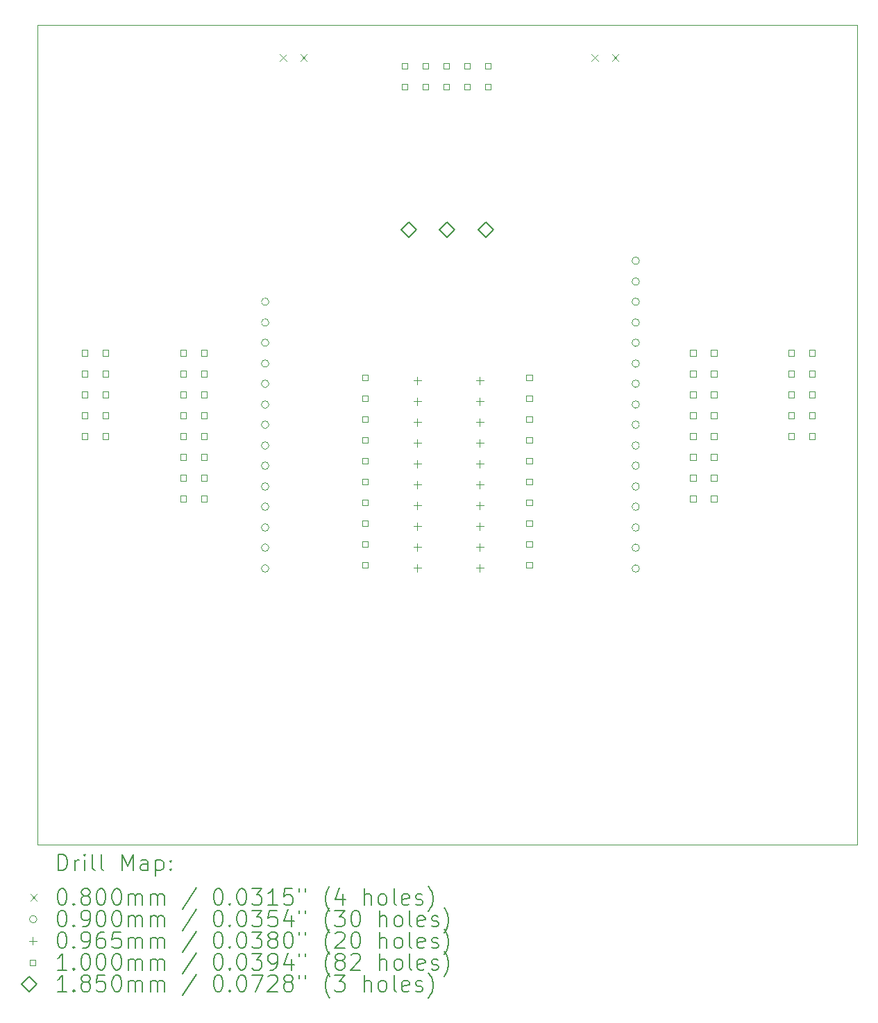
<source format=gbr>
%TF.GenerationSoftware,KiCad,Pcbnew,8.0.5*%
%TF.CreationDate,2024-11-03T16:46:17+01:00*%
%TF.ProjectId,cable-tester,6361626c-652d-4746-9573-7465722e6b69,rev?*%
%TF.SameCoordinates,Original*%
%TF.FileFunction,Drillmap*%
%TF.FilePolarity,Positive*%
%FSLAX45Y45*%
G04 Gerber Fmt 4.5, Leading zero omitted, Abs format (unit mm)*
G04 Created by KiCad (PCBNEW 8.0.5) date 2024-11-03 16:46:17*
%MOMM*%
%LPD*%
G01*
G04 APERTURE LIST*
%ADD10C,0.100000*%
%ADD11C,0.200000*%
%ADD12C,0.185000*%
G04 APERTURE END LIST*
D10*
X5000000Y-5000000D02*
X15000000Y-5000000D01*
X15000000Y-15000000D01*
X5000000Y-15000000D01*
X5000000Y-5000000D01*
D11*
D10*
X7960000Y-5360000D02*
X8040000Y-5440000D01*
X8040000Y-5360000D02*
X7960000Y-5440000D01*
X8210000Y-5360000D02*
X8290000Y-5440000D01*
X8290000Y-5360000D02*
X8210000Y-5440000D01*
X11760000Y-5360000D02*
X11840000Y-5440000D01*
X11840000Y-5360000D02*
X11760000Y-5440000D01*
X12010000Y-5360000D02*
X12090000Y-5440000D01*
X12090000Y-5360000D02*
X12010000Y-5440000D01*
X7825000Y-8377000D02*
G75*
G02*
X7735000Y-8377000I-45000J0D01*
G01*
X7735000Y-8377000D02*
G75*
G02*
X7825000Y-8377000I45000J0D01*
G01*
X7825000Y-8631000D02*
G75*
G02*
X7735000Y-8631000I-45000J0D01*
G01*
X7735000Y-8631000D02*
G75*
G02*
X7825000Y-8631000I45000J0D01*
G01*
X7825000Y-8877000D02*
G75*
G02*
X7735000Y-8877000I-45000J0D01*
G01*
X7735000Y-8877000D02*
G75*
G02*
X7825000Y-8877000I45000J0D01*
G01*
X7825000Y-9131000D02*
G75*
G02*
X7735000Y-9131000I-45000J0D01*
G01*
X7735000Y-9131000D02*
G75*
G02*
X7825000Y-9131000I45000J0D01*
G01*
X7825000Y-9377000D02*
G75*
G02*
X7735000Y-9377000I-45000J0D01*
G01*
X7735000Y-9377000D02*
G75*
G02*
X7825000Y-9377000I45000J0D01*
G01*
X7825000Y-9631000D02*
G75*
G02*
X7735000Y-9631000I-45000J0D01*
G01*
X7735000Y-9631000D02*
G75*
G02*
X7825000Y-9631000I45000J0D01*
G01*
X7825000Y-9877000D02*
G75*
G02*
X7735000Y-9877000I-45000J0D01*
G01*
X7735000Y-9877000D02*
G75*
G02*
X7825000Y-9877000I45000J0D01*
G01*
X7825000Y-10131000D02*
G75*
G02*
X7735000Y-10131000I-45000J0D01*
G01*
X7735000Y-10131000D02*
G75*
G02*
X7825000Y-10131000I45000J0D01*
G01*
X7825000Y-10377000D02*
G75*
G02*
X7735000Y-10377000I-45000J0D01*
G01*
X7735000Y-10377000D02*
G75*
G02*
X7825000Y-10377000I45000J0D01*
G01*
X7825000Y-10631000D02*
G75*
G02*
X7735000Y-10631000I-45000J0D01*
G01*
X7735000Y-10631000D02*
G75*
G02*
X7825000Y-10631000I45000J0D01*
G01*
X7825000Y-10877000D02*
G75*
G02*
X7735000Y-10877000I-45000J0D01*
G01*
X7735000Y-10877000D02*
G75*
G02*
X7825000Y-10877000I45000J0D01*
G01*
X7825000Y-11131000D02*
G75*
G02*
X7735000Y-11131000I-45000J0D01*
G01*
X7735000Y-11131000D02*
G75*
G02*
X7825000Y-11131000I45000J0D01*
G01*
X7825000Y-11377000D02*
G75*
G02*
X7735000Y-11377000I-45000J0D01*
G01*
X7735000Y-11377000D02*
G75*
G02*
X7825000Y-11377000I45000J0D01*
G01*
X7825000Y-11631000D02*
G75*
G02*
X7735000Y-11631000I-45000J0D01*
G01*
X7735000Y-11631000D02*
G75*
G02*
X7825000Y-11631000I45000J0D01*
G01*
X12345000Y-7877000D02*
G75*
G02*
X12255000Y-7877000I-45000J0D01*
G01*
X12255000Y-7877000D02*
G75*
G02*
X12345000Y-7877000I45000J0D01*
G01*
X12345000Y-8131000D02*
G75*
G02*
X12255000Y-8131000I-45000J0D01*
G01*
X12255000Y-8131000D02*
G75*
G02*
X12345000Y-8131000I45000J0D01*
G01*
X12345000Y-8377000D02*
G75*
G02*
X12255000Y-8377000I-45000J0D01*
G01*
X12255000Y-8377000D02*
G75*
G02*
X12345000Y-8377000I45000J0D01*
G01*
X12345000Y-8631000D02*
G75*
G02*
X12255000Y-8631000I-45000J0D01*
G01*
X12255000Y-8631000D02*
G75*
G02*
X12345000Y-8631000I45000J0D01*
G01*
X12345000Y-8877000D02*
G75*
G02*
X12255000Y-8877000I-45000J0D01*
G01*
X12255000Y-8877000D02*
G75*
G02*
X12345000Y-8877000I45000J0D01*
G01*
X12345000Y-9131000D02*
G75*
G02*
X12255000Y-9131000I-45000J0D01*
G01*
X12255000Y-9131000D02*
G75*
G02*
X12345000Y-9131000I45000J0D01*
G01*
X12345000Y-9377000D02*
G75*
G02*
X12255000Y-9377000I-45000J0D01*
G01*
X12255000Y-9377000D02*
G75*
G02*
X12345000Y-9377000I45000J0D01*
G01*
X12345000Y-9631000D02*
G75*
G02*
X12255000Y-9631000I-45000J0D01*
G01*
X12255000Y-9631000D02*
G75*
G02*
X12345000Y-9631000I45000J0D01*
G01*
X12345000Y-9877000D02*
G75*
G02*
X12255000Y-9877000I-45000J0D01*
G01*
X12255000Y-9877000D02*
G75*
G02*
X12345000Y-9877000I45000J0D01*
G01*
X12345000Y-10131000D02*
G75*
G02*
X12255000Y-10131000I-45000J0D01*
G01*
X12255000Y-10131000D02*
G75*
G02*
X12345000Y-10131000I45000J0D01*
G01*
X12345000Y-10377000D02*
G75*
G02*
X12255000Y-10377000I-45000J0D01*
G01*
X12255000Y-10377000D02*
G75*
G02*
X12345000Y-10377000I45000J0D01*
G01*
X12345000Y-10631000D02*
G75*
G02*
X12255000Y-10631000I-45000J0D01*
G01*
X12255000Y-10631000D02*
G75*
G02*
X12345000Y-10631000I45000J0D01*
G01*
X12345000Y-10877000D02*
G75*
G02*
X12255000Y-10877000I-45000J0D01*
G01*
X12255000Y-10877000D02*
G75*
G02*
X12345000Y-10877000I45000J0D01*
G01*
X12345000Y-11131000D02*
G75*
G02*
X12255000Y-11131000I-45000J0D01*
G01*
X12255000Y-11131000D02*
G75*
G02*
X12345000Y-11131000I45000J0D01*
G01*
X12345000Y-11377000D02*
G75*
G02*
X12255000Y-11377000I-45000J0D01*
G01*
X12255000Y-11377000D02*
G75*
G02*
X12345000Y-11377000I45000J0D01*
G01*
X12345000Y-11631000D02*
G75*
G02*
X12255000Y-11631000I-45000J0D01*
G01*
X12255000Y-11631000D02*
G75*
G02*
X12345000Y-11631000I45000J0D01*
G01*
X9638000Y-9289740D02*
X9638000Y-9386260D01*
X9589740Y-9338000D02*
X9686260Y-9338000D01*
X9638000Y-9543740D02*
X9638000Y-9640260D01*
X9589740Y-9592000D02*
X9686260Y-9592000D01*
X9638000Y-9797740D02*
X9638000Y-9894260D01*
X9589740Y-9846000D02*
X9686260Y-9846000D01*
X9638000Y-10051740D02*
X9638000Y-10148260D01*
X9589740Y-10100000D02*
X9686260Y-10100000D01*
X9638000Y-10305740D02*
X9638000Y-10402260D01*
X9589740Y-10354000D02*
X9686260Y-10354000D01*
X9638000Y-10559740D02*
X9638000Y-10656260D01*
X9589740Y-10608000D02*
X9686260Y-10608000D01*
X9638000Y-10813740D02*
X9638000Y-10910260D01*
X9589740Y-10862000D02*
X9686260Y-10862000D01*
X9638000Y-11067740D02*
X9638000Y-11164260D01*
X9589740Y-11116000D02*
X9686260Y-11116000D01*
X9638000Y-11321740D02*
X9638000Y-11418260D01*
X9589740Y-11370000D02*
X9686260Y-11370000D01*
X9638000Y-11575740D02*
X9638000Y-11672260D01*
X9589740Y-11624000D02*
X9686260Y-11624000D01*
X10400000Y-9289740D02*
X10400000Y-9386260D01*
X10351740Y-9338000D02*
X10448260Y-9338000D01*
X10400000Y-9543740D02*
X10400000Y-9640260D01*
X10351740Y-9592000D02*
X10448260Y-9592000D01*
X10400000Y-9797740D02*
X10400000Y-9894260D01*
X10351740Y-9846000D02*
X10448260Y-9846000D01*
X10400000Y-10051740D02*
X10400000Y-10148260D01*
X10351740Y-10100000D02*
X10448260Y-10100000D01*
X10400000Y-10305740D02*
X10400000Y-10402260D01*
X10351740Y-10354000D02*
X10448260Y-10354000D01*
X10400000Y-10559740D02*
X10400000Y-10656260D01*
X10351740Y-10608000D02*
X10448260Y-10608000D01*
X10400000Y-10813740D02*
X10400000Y-10910260D01*
X10351740Y-10862000D02*
X10448260Y-10862000D01*
X10400000Y-11067740D02*
X10400000Y-11164260D01*
X10351740Y-11116000D02*
X10448260Y-11116000D01*
X10400000Y-11321740D02*
X10400000Y-11418260D01*
X10351740Y-11370000D02*
X10448260Y-11370000D01*
X10400000Y-11575740D02*
X10400000Y-11672260D01*
X10351740Y-11624000D02*
X10448260Y-11624000D01*
X5615356Y-9035356D02*
X5615356Y-8964644D01*
X5544644Y-8964644D01*
X5544644Y-9035356D01*
X5615356Y-9035356D01*
X5615356Y-9289356D02*
X5615356Y-9218644D01*
X5544644Y-9218644D01*
X5544644Y-9289356D01*
X5615356Y-9289356D01*
X5615356Y-9543356D02*
X5615356Y-9472644D01*
X5544644Y-9472644D01*
X5544644Y-9543356D01*
X5615356Y-9543356D01*
X5615356Y-9797356D02*
X5615356Y-9726644D01*
X5544644Y-9726644D01*
X5544644Y-9797356D01*
X5615356Y-9797356D01*
X5615356Y-10051356D02*
X5615356Y-9980644D01*
X5544644Y-9980644D01*
X5544644Y-10051356D01*
X5615356Y-10051356D01*
X5869356Y-9035356D02*
X5869356Y-8964644D01*
X5798644Y-8964644D01*
X5798644Y-9035356D01*
X5869356Y-9035356D01*
X5869356Y-9289356D02*
X5869356Y-9218644D01*
X5798644Y-9218644D01*
X5798644Y-9289356D01*
X5869356Y-9289356D01*
X5869356Y-9543356D02*
X5869356Y-9472644D01*
X5798644Y-9472644D01*
X5798644Y-9543356D01*
X5869356Y-9543356D01*
X5869356Y-9797356D02*
X5869356Y-9726644D01*
X5798644Y-9726644D01*
X5798644Y-9797356D01*
X5869356Y-9797356D01*
X5869356Y-10051356D02*
X5869356Y-9980644D01*
X5798644Y-9980644D01*
X5798644Y-10051356D01*
X5869356Y-10051356D01*
X6815356Y-9035356D02*
X6815356Y-8964644D01*
X6744644Y-8964644D01*
X6744644Y-9035356D01*
X6815356Y-9035356D01*
X6815356Y-9289356D02*
X6815356Y-9218644D01*
X6744644Y-9218644D01*
X6744644Y-9289356D01*
X6815356Y-9289356D01*
X6815356Y-9543356D02*
X6815356Y-9472644D01*
X6744644Y-9472644D01*
X6744644Y-9543356D01*
X6815356Y-9543356D01*
X6815356Y-9797356D02*
X6815356Y-9726644D01*
X6744644Y-9726644D01*
X6744644Y-9797356D01*
X6815356Y-9797356D01*
X6815356Y-10051356D02*
X6815356Y-9980644D01*
X6744644Y-9980644D01*
X6744644Y-10051356D01*
X6815356Y-10051356D01*
X6815356Y-10305356D02*
X6815356Y-10234644D01*
X6744644Y-10234644D01*
X6744644Y-10305356D01*
X6815356Y-10305356D01*
X6815356Y-10559356D02*
X6815356Y-10488644D01*
X6744644Y-10488644D01*
X6744644Y-10559356D01*
X6815356Y-10559356D01*
X6815356Y-10813356D02*
X6815356Y-10742644D01*
X6744644Y-10742644D01*
X6744644Y-10813356D01*
X6815356Y-10813356D01*
X7069356Y-9035356D02*
X7069356Y-8964644D01*
X6998644Y-8964644D01*
X6998644Y-9035356D01*
X7069356Y-9035356D01*
X7069356Y-9289356D02*
X7069356Y-9218644D01*
X6998644Y-9218644D01*
X6998644Y-9289356D01*
X7069356Y-9289356D01*
X7069356Y-9543356D02*
X7069356Y-9472644D01*
X6998644Y-9472644D01*
X6998644Y-9543356D01*
X7069356Y-9543356D01*
X7069356Y-9797356D02*
X7069356Y-9726644D01*
X6998644Y-9726644D01*
X6998644Y-9797356D01*
X7069356Y-9797356D01*
X7069356Y-10051356D02*
X7069356Y-9980644D01*
X6998644Y-9980644D01*
X6998644Y-10051356D01*
X7069356Y-10051356D01*
X7069356Y-10305356D02*
X7069356Y-10234644D01*
X6998644Y-10234644D01*
X6998644Y-10305356D01*
X7069356Y-10305356D01*
X7069356Y-10559356D02*
X7069356Y-10488644D01*
X6998644Y-10488644D01*
X6998644Y-10559356D01*
X7069356Y-10559356D01*
X7069356Y-10813356D02*
X7069356Y-10742644D01*
X6998644Y-10742644D01*
X6998644Y-10813356D01*
X7069356Y-10813356D01*
X9035356Y-9335356D02*
X9035356Y-9264644D01*
X8964644Y-9264644D01*
X8964644Y-9335356D01*
X9035356Y-9335356D01*
X9035356Y-9589356D02*
X9035356Y-9518644D01*
X8964644Y-9518644D01*
X8964644Y-9589356D01*
X9035356Y-9589356D01*
X9035356Y-9843356D02*
X9035356Y-9772644D01*
X8964644Y-9772644D01*
X8964644Y-9843356D01*
X9035356Y-9843356D01*
X9035356Y-10097356D02*
X9035356Y-10026644D01*
X8964644Y-10026644D01*
X8964644Y-10097356D01*
X9035356Y-10097356D01*
X9035356Y-10351356D02*
X9035356Y-10280644D01*
X8964644Y-10280644D01*
X8964644Y-10351356D01*
X9035356Y-10351356D01*
X9035356Y-10605356D02*
X9035356Y-10534644D01*
X8964644Y-10534644D01*
X8964644Y-10605356D01*
X9035356Y-10605356D01*
X9035356Y-10859356D02*
X9035356Y-10788644D01*
X8964644Y-10788644D01*
X8964644Y-10859356D01*
X9035356Y-10859356D01*
X9035356Y-11113356D02*
X9035356Y-11042644D01*
X8964644Y-11042644D01*
X8964644Y-11113356D01*
X9035356Y-11113356D01*
X9035356Y-11367356D02*
X9035356Y-11296644D01*
X8964644Y-11296644D01*
X8964644Y-11367356D01*
X9035356Y-11367356D01*
X9035356Y-11621356D02*
X9035356Y-11550644D01*
X8964644Y-11550644D01*
X8964644Y-11621356D01*
X9035356Y-11621356D01*
X9519356Y-5535356D02*
X9519356Y-5464644D01*
X9448644Y-5464644D01*
X9448644Y-5535356D01*
X9519356Y-5535356D01*
X9519356Y-5789356D02*
X9519356Y-5718644D01*
X9448644Y-5718644D01*
X9448644Y-5789356D01*
X9519356Y-5789356D01*
X9773356Y-5535356D02*
X9773356Y-5464644D01*
X9702644Y-5464644D01*
X9702644Y-5535356D01*
X9773356Y-5535356D01*
X9773356Y-5789356D02*
X9773356Y-5718644D01*
X9702644Y-5718644D01*
X9702644Y-5789356D01*
X9773356Y-5789356D01*
X10027356Y-5535356D02*
X10027356Y-5464644D01*
X9956644Y-5464644D01*
X9956644Y-5535356D01*
X10027356Y-5535356D01*
X10027356Y-5789356D02*
X10027356Y-5718644D01*
X9956644Y-5718644D01*
X9956644Y-5789356D01*
X10027356Y-5789356D01*
X10281356Y-5535356D02*
X10281356Y-5464644D01*
X10210644Y-5464644D01*
X10210644Y-5535356D01*
X10281356Y-5535356D01*
X10281356Y-5789356D02*
X10281356Y-5718644D01*
X10210644Y-5718644D01*
X10210644Y-5789356D01*
X10281356Y-5789356D01*
X10535356Y-5535356D02*
X10535356Y-5464644D01*
X10464644Y-5464644D01*
X10464644Y-5535356D01*
X10535356Y-5535356D01*
X10535356Y-5789356D02*
X10535356Y-5718644D01*
X10464644Y-5718644D01*
X10464644Y-5789356D01*
X10535356Y-5789356D01*
X11035356Y-9335356D02*
X11035356Y-9264644D01*
X10964644Y-9264644D01*
X10964644Y-9335356D01*
X11035356Y-9335356D01*
X11035356Y-9589356D02*
X11035356Y-9518644D01*
X10964644Y-9518644D01*
X10964644Y-9589356D01*
X11035356Y-9589356D01*
X11035356Y-9843356D02*
X11035356Y-9772644D01*
X10964644Y-9772644D01*
X10964644Y-9843356D01*
X11035356Y-9843356D01*
X11035356Y-10097356D02*
X11035356Y-10026644D01*
X10964644Y-10026644D01*
X10964644Y-10097356D01*
X11035356Y-10097356D01*
X11035356Y-10351356D02*
X11035356Y-10280644D01*
X10964644Y-10280644D01*
X10964644Y-10351356D01*
X11035356Y-10351356D01*
X11035356Y-10605356D02*
X11035356Y-10534644D01*
X10964644Y-10534644D01*
X10964644Y-10605356D01*
X11035356Y-10605356D01*
X11035356Y-10859356D02*
X11035356Y-10788644D01*
X10964644Y-10788644D01*
X10964644Y-10859356D01*
X11035356Y-10859356D01*
X11035356Y-11113356D02*
X11035356Y-11042644D01*
X10964644Y-11042644D01*
X10964644Y-11113356D01*
X11035356Y-11113356D01*
X11035356Y-11367356D02*
X11035356Y-11296644D01*
X10964644Y-11296644D01*
X10964644Y-11367356D01*
X11035356Y-11367356D01*
X11035356Y-11621356D02*
X11035356Y-11550644D01*
X10964644Y-11550644D01*
X10964644Y-11621356D01*
X11035356Y-11621356D01*
X13035356Y-9035356D02*
X13035356Y-8964644D01*
X12964644Y-8964644D01*
X12964644Y-9035356D01*
X13035356Y-9035356D01*
X13035356Y-9289356D02*
X13035356Y-9218644D01*
X12964644Y-9218644D01*
X12964644Y-9289356D01*
X13035356Y-9289356D01*
X13035356Y-9543356D02*
X13035356Y-9472644D01*
X12964644Y-9472644D01*
X12964644Y-9543356D01*
X13035356Y-9543356D01*
X13035356Y-9797356D02*
X13035356Y-9726644D01*
X12964644Y-9726644D01*
X12964644Y-9797356D01*
X13035356Y-9797356D01*
X13035356Y-10051356D02*
X13035356Y-9980644D01*
X12964644Y-9980644D01*
X12964644Y-10051356D01*
X13035356Y-10051356D01*
X13035356Y-10305356D02*
X13035356Y-10234644D01*
X12964644Y-10234644D01*
X12964644Y-10305356D01*
X13035356Y-10305356D01*
X13035356Y-10559356D02*
X13035356Y-10488644D01*
X12964644Y-10488644D01*
X12964644Y-10559356D01*
X13035356Y-10559356D01*
X13035356Y-10813356D02*
X13035356Y-10742644D01*
X12964644Y-10742644D01*
X12964644Y-10813356D01*
X13035356Y-10813356D01*
X13289356Y-9035356D02*
X13289356Y-8964644D01*
X13218644Y-8964644D01*
X13218644Y-9035356D01*
X13289356Y-9035356D01*
X13289356Y-9289356D02*
X13289356Y-9218644D01*
X13218644Y-9218644D01*
X13218644Y-9289356D01*
X13289356Y-9289356D01*
X13289356Y-9543356D02*
X13289356Y-9472644D01*
X13218644Y-9472644D01*
X13218644Y-9543356D01*
X13289356Y-9543356D01*
X13289356Y-9797356D02*
X13289356Y-9726644D01*
X13218644Y-9726644D01*
X13218644Y-9797356D01*
X13289356Y-9797356D01*
X13289356Y-10051356D02*
X13289356Y-9980644D01*
X13218644Y-9980644D01*
X13218644Y-10051356D01*
X13289356Y-10051356D01*
X13289356Y-10305356D02*
X13289356Y-10234644D01*
X13218644Y-10234644D01*
X13218644Y-10305356D01*
X13289356Y-10305356D01*
X13289356Y-10559356D02*
X13289356Y-10488644D01*
X13218644Y-10488644D01*
X13218644Y-10559356D01*
X13289356Y-10559356D01*
X13289356Y-10813356D02*
X13289356Y-10742644D01*
X13218644Y-10742644D01*
X13218644Y-10813356D01*
X13289356Y-10813356D01*
X14235356Y-9035356D02*
X14235356Y-8964644D01*
X14164644Y-8964644D01*
X14164644Y-9035356D01*
X14235356Y-9035356D01*
X14235356Y-9289356D02*
X14235356Y-9218644D01*
X14164644Y-9218644D01*
X14164644Y-9289356D01*
X14235356Y-9289356D01*
X14235356Y-9543356D02*
X14235356Y-9472644D01*
X14164644Y-9472644D01*
X14164644Y-9543356D01*
X14235356Y-9543356D01*
X14235356Y-9797356D02*
X14235356Y-9726644D01*
X14164644Y-9726644D01*
X14164644Y-9797356D01*
X14235356Y-9797356D01*
X14235356Y-10051356D02*
X14235356Y-9980644D01*
X14164644Y-9980644D01*
X14164644Y-10051356D01*
X14235356Y-10051356D01*
X14489356Y-9035356D02*
X14489356Y-8964644D01*
X14418644Y-8964644D01*
X14418644Y-9035356D01*
X14489356Y-9035356D01*
X14489356Y-9289356D02*
X14489356Y-9218644D01*
X14418644Y-9218644D01*
X14418644Y-9289356D01*
X14489356Y-9289356D01*
X14489356Y-9543356D02*
X14489356Y-9472644D01*
X14418644Y-9472644D01*
X14418644Y-9543356D01*
X14489356Y-9543356D01*
X14489356Y-9797356D02*
X14489356Y-9726644D01*
X14418644Y-9726644D01*
X14418644Y-9797356D01*
X14489356Y-9797356D01*
X14489356Y-10051356D02*
X14489356Y-9980644D01*
X14418644Y-9980644D01*
X14418644Y-10051356D01*
X14489356Y-10051356D01*
D12*
X9530000Y-7592500D02*
X9622500Y-7500000D01*
X9530000Y-7407500D01*
X9437500Y-7500000D01*
X9530000Y-7592500D01*
X10000000Y-7592500D02*
X10092500Y-7500000D01*
X10000000Y-7407500D01*
X9907500Y-7500000D01*
X10000000Y-7592500D01*
X10470000Y-7592500D02*
X10562500Y-7500000D01*
X10470000Y-7407500D01*
X10377500Y-7500000D01*
X10470000Y-7592500D01*
D11*
X5255777Y-15316484D02*
X5255777Y-15116484D01*
X5255777Y-15116484D02*
X5303396Y-15116484D01*
X5303396Y-15116484D02*
X5331967Y-15126008D01*
X5331967Y-15126008D02*
X5351015Y-15145055D01*
X5351015Y-15145055D02*
X5360539Y-15164103D01*
X5360539Y-15164103D02*
X5370063Y-15202198D01*
X5370063Y-15202198D02*
X5370063Y-15230769D01*
X5370063Y-15230769D02*
X5360539Y-15268865D01*
X5360539Y-15268865D02*
X5351015Y-15287912D01*
X5351015Y-15287912D02*
X5331967Y-15306960D01*
X5331967Y-15306960D02*
X5303396Y-15316484D01*
X5303396Y-15316484D02*
X5255777Y-15316484D01*
X5455777Y-15316484D02*
X5455777Y-15183150D01*
X5455777Y-15221246D02*
X5465301Y-15202198D01*
X5465301Y-15202198D02*
X5474824Y-15192674D01*
X5474824Y-15192674D02*
X5493872Y-15183150D01*
X5493872Y-15183150D02*
X5512920Y-15183150D01*
X5579586Y-15316484D02*
X5579586Y-15183150D01*
X5579586Y-15116484D02*
X5570063Y-15126008D01*
X5570063Y-15126008D02*
X5579586Y-15135531D01*
X5579586Y-15135531D02*
X5589110Y-15126008D01*
X5589110Y-15126008D02*
X5579586Y-15116484D01*
X5579586Y-15116484D02*
X5579586Y-15135531D01*
X5703396Y-15316484D02*
X5684348Y-15306960D01*
X5684348Y-15306960D02*
X5674824Y-15287912D01*
X5674824Y-15287912D02*
X5674824Y-15116484D01*
X5808158Y-15316484D02*
X5789110Y-15306960D01*
X5789110Y-15306960D02*
X5779586Y-15287912D01*
X5779586Y-15287912D02*
X5779586Y-15116484D01*
X6036729Y-15316484D02*
X6036729Y-15116484D01*
X6036729Y-15116484D02*
X6103396Y-15259341D01*
X6103396Y-15259341D02*
X6170062Y-15116484D01*
X6170062Y-15116484D02*
X6170062Y-15316484D01*
X6351015Y-15316484D02*
X6351015Y-15211722D01*
X6351015Y-15211722D02*
X6341491Y-15192674D01*
X6341491Y-15192674D02*
X6322443Y-15183150D01*
X6322443Y-15183150D02*
X6284348Y-15183150D01*
X6284348Y-15183150D02*
X6265301Y-15192674D01*
X6351015Y-15306960D02*
X6331967Y-15316484D01*
X6331967Y-15316484D02*
X6284348Y-15316484D01*
X6284348Y-15316484D02*
X6265301Y-15306960D01*
X6265301Y-15306960D02*
X6255777Y-15287912D01*
X6255777Y-15287912D02*
X6255777Y-15268865D01*
X6255777Y-15268865D02*
X6265301Y-15249817D01*
X6265301Y-15249817D02*
X6284348Y-15240293D01*
X6284348Y-15240293D02*
X6331967Y-15240293D01*
X6331967Y-15240293D02*
X6351015Y-15230769D01*
X6446253Y-15183150D02*
X6446253Y-15383150D01*
X6446253Y-15192674D02*
X6465301Y-15183150D01*
X6465301Y-15183150D02*
X6503396Y-15183150D01*
X6503396Y-15183150D02*
X6522443Y-15192674D01*
X6522443Y-15192674D02*
X6531967Y-15202198D01*
X6531967Y-15202198D02*
X6541491Y-15221246D01*
X6541491Y-15221246D02*
X6541491Y-15278388D01*
X6541491Y-15278388D02*
X6531967Y-15297436D01*
X6531967Y-15297436D02*
X6522443Y-15306960D01*
X6522443Y-15306960D02*
X6503396Y-15316484D01*
X6503396Y-15316484D02*
X6465301Y-15316484D01*
X6465301Y-15316484D02*
X6446253Y-15306960D01*
X6627205Y-15297436D02*
X6636729Y-15306960D01*
X6636729Y-15306960D02*
X6627205Y-15316484D01*
X6627205Y-15316484D02*
X6617682Y-15306960D01*
X6617682Y-15306960D02*
X6627205Y-15297436D01*
X6627205Y-15297436D02*
X6627205Y-15316484D01*
X6627205Y-15192674D02*
X6636729Y-15202198D01*
X6636729Y-15202198D02*
X6627205Y-15211722D01*
X6627205Y-15211722D02*
X6617682Y-15202198D01*
X6617682Y-15202198D02*
X6627205Y-15192674D01*
X6627205Y-15192674D02*
X6627205Y-15211722D01*
D10*
X4915000Y-15605000D02*
X4995000Y-15685000D01*
X4995000Y-15605000D02*
X4915000Y-15685000D01*
D11*
X5293872Y-15536484D02*
X5312920Y-15536484D01*
X5312920Y-15536484D02*
X5331967Y-15546008D01*
X5331967Y-15546008D02*
X5341491Y-15555531D01*
X5341491Y-15555531D02*
X5351015Y-15574579D01*
X5351015Y-15574579D02*
X5360539Y-15612674D01*
X5360539Y-15612674D02*
X5360539Y-15660293D01*
X5360539Y-15660293D02*
X5351015Y-15698388D01*
X5351015Y-15698388D02*
X5341491Y-15717436D01*
X5341491Y-15717436D02*
X5331967Y-15726960D01*
X5331967Y-15726960D02*
X5312920Y-15736484D01*
X5312920Y-15736484D02*
X5293872Y-15736484D01*
X5293872Y-15736484D02*
X5274824Y-15726960D01*
X5274824Y-15726960D02*
X5265301Y-15717436D01*
X5265301Y-15717436D02*
X5255777Y-15698388D01*
X5255777Y-15698388D02*
X5246253Y-15660293D01*
X5246253Y-15660293D02*
X5246253Y-15612674D01*
X5246253Y-15612674D02*
X5255777Y-15574579D01*
X5255777Y-15574579D02*
X5265301Y-15555531D01*
X5265301Y-15555531D02*
X5274824Y-15546008D01*
X5274824Y-15546008D02*
X5293872Y-15536484D01*
X5446253Y-15717436D02*
X5455777Y-15726960D01*
X5455777Y-15726960D02*
X5446253Y-15736484D01*
X5446253Y-15736484D02*
X5436729Y-15726960D01*
X5436729Y-15726960D02*
X5446253Y-15717436D01*
X5446253Y-15717436D02*
X5446253Y-15736484D01*
X5570063Y-15622198D02*
X5551015Y-15612674D01*
X5551015Y-15612674D02*
X5541491Y-15603150D01*
X5541491Y-15603150D02*
X5531967Y-15584103D01*
X5531967Y-15584103D02*
X5531967Y-15574579D01*
X5531967Y-15574579D02*
X5541491Y-15555531D01*
X5541491Y-15555531D02*
X5551015Y-15546008D01*
X5551015Y-15546008D02*
X5570063Y-15536484D01*
X5570063Y-15536484D02*
X5608158Y-15536484D01*
X5608158Y-15536484D02*
X5627205Y-15546008D01*
X5627205Y-15546008D02*
X5636729Y-15555531D01*
X5636729Y-15555531D02*
X5646253Y-15574579D01*
X5646253Y-15574579D02*
X5646253Y-15584103D01*
X5646253Y-15584103D02*
X5636729Y-15603150D01*
X5636729Y-15603150D02*
X5627205Y-15612674D01*
X5627205Y-15612674D02*
X5608158Y-15622198D01*
X5608158Y-15622198D02*
X5570063Y-15622198D01*
X5570063Y-15622198D02*
X5551015Y-15631722D01*
X5551015Y-15631722D02*
X5541491Y-15641246D01*
X5541491Y-15641246D02*
X5531967Y-15660293D01*
X5531967Y-15660293D02*
X5531967Y-15698388D01*
X5531967Y-15698388D02*
X5541491Y-15717436D01*
X5541491Y-15717436D02*
X5551015Y-15726960D01*
X5551015Y-15726960D02*
X5570063Y-15736484D01*
X5570063Y-15736484D02*
X5608158Y-15736484D01*
X5608158Y-15736484D02*
X5627205Y-15726960D01*
X5627205Y-15726960D02*
X5636729Y-15717436D01*
X5636729Y-15717436D02*
X5646253Y-15698388D01*
X5646253Y-15698388D02*
X5646253Y-15660293D01*
X5646253Y-15660293D02*
X5636729Y-15641246D01*
X5636729Y-15641246D02*
X5627205Y-15631722D01*
X5627205Y-15631722D02*
X5608158Y-15622198D01*
X5770062Y-15536484D02*
X5789110Y-15536484D01*
X5789110Y-15536484D02*
X5808158Y-15546008D01*
X5808158Y-15546008D02*
X5817682Y-15555531D01*
X5817682Y-15555531D02*
X5827205Y-15574579D01*
X5827205Y-15574579D02*
X5836729Y-15612674D01*
X5836729Y-15612674D02*
X5836729Y-15660293D01*
X5836729Y-15660293D02*
X5827205Y-15698388D01*
X5827205Y-15698388D02*
X5817682Y-15717436D01*
X5817682Y-15717436D02*
X5808158Y-15726960D01*
X5808158Y-15726960D02*
X5789110Y-15736484D01*
X5789110Y-15736484D02*
X5770062Y-15736484D01*
X5770062Y-15736484D02*
X5751015Y-15726960D01*
X5751015Y-15726960D02*
X5741491Y-15717436D01*
X5741491Y-15717436D02*
X5731967Y-15698388D01*
X5731967Y-15698388D02*
X5722443Y-15660293D01*
X5722443Y-15660293D02*
X5722443Y-15612674D01*
X5722443Y-15612674D02*
X5731967Y-15574579D01*
X5731967Y-15574579D02*
X5741491Y-15555531D01*
X5741491Y-15555531D02*
X5751015Y-15546008D01*
X5751015Y-15546008D02*
X5770062Y-15536484D01*
X5960539Y-15536484D02*
X5979586Y-15536484D01*
X5979586Y-15536484D02*
X5998634Y-15546008D01*
X5998634Y-15546008D02*
X6008158Y-15555531D01*
X6008158Y-15555531D02*
X6017682Y-15574579D01*
X6017682Y-15574579D02*
X6027205Y-15612674D01*
X6027205Y-15612674D02*
X6027205Y-15660293D01*
X6027205Y-15660293D02*
X6017682Y-15698388D01*
X6017682Y-15698388D02*
X6008158Y-15717436D01*
X6008158Y-15717436D02*
X5998634Y-15726960D01*
X5998634Y-15726960D02*
X5979586Y-15736484D01*
X5979586Y-15736484D02*
X5960539Y-15736484D01*
X5960539Y-15736484D02*
X5941491Y-15726960D01*
X5941491Y-15726960D02*
X5931967Y-15717436D01*
X5931967Y-15717436D02*
X5922443Y-15698388D01*
X5922443Y-15698388D02*
X5912920Y-15660293D01*
X5912920Y-15660293D02*
X5912920Y-15612674D01*
X5912920Y-15612674D02*
X5922443Y-15574579D01*
X5922443Y-15574579D02*
X5931967Y-15555531D01*
X5931967Y-15555531D02*
X5941491Y-15546008D01*
X5941491Y-15546008D02*
X5960539Y-15536484D01*
X6112920Y-15736484D02*
X6112920Y-15603150D01*
X6112920Y-15622198D02*
X6122443Y-15612674D01*
X6122443Y-15612674D02*
X6141491Y-15603150D01*
X6141491Y-15603150D02*
X6170063Y-15603150D01*
X6170063Y-15603150D02*
X6189110Y-15612674D01*
X6189110Y-15612674D02*
X6198634Y-15631722D01*
X6198634Y-15631722D02*
X6198634Y-15736484D01*
X6198634Y-15631722D02*
X6208158Y-15612674D01*
X6208158Y-15612674D02*
X6227205Y-15603150D01*
X6227205Y-15603150D02*
X6255777Y-15603150D01*
X6255777Y-15603150D02*
X6274824Y-15612674D01*
X6274824Y-15612674D02*
X6284348Y-15631722D01*
X6284348Y-15631722D02*
X6284348Y-15736484D01*
X6379586Y-15736484D02*
X6379586Y-15603150D01*
X6379586Y-15622198D02*
X6389110Y-15612674D01*
X6389110Y-15612674D02*
X6408158Y-15603150D01*
X6408158Y-15603150D02*
X6436729Y-15603150D01*
X6436729Y-15603150D02*
X6455777Y-15612674D01*
X6455777Y-15612674D02*
X6465301Y-15631722D01*
X6465301Y-15631722D02*
X6465301Y-15736484D01*
X6465301Y-15631722D02*
X6474824Y-15612674D01*
X6474824Y-15612674D02*
X6493872Y-15603150D01*
X6493872Y-15603150D02*
X6522443Y-15603150D01*
X6522443Y-15603150D02*
X6541491Y-15612674D01*
X6541491Y-15612674D02*
X6551015Y-15631722D01*
X6551015Y-15631722D02*
X6551015Y-15736484D01*
X6941491Y-15526960D02*
X6770063Y-15784103D01*
X7198634Y-15536484D02*
X7217682Y-15536484D01*
X7217682Y-15536484D02*
X7236729Y-15546008D01*
X7236729Y-15546008D02*
X7246253Y-15555531D01*
X7246253Y-15555531D02*
X7255777Y-15574579D01*
X7255777Y-15574579D02*
X7265301Y-15612674D01*
X7265301Y-15612674D02*
X7265301Y-15660293D01*
X7265301Y-15660293D02*
X7255777Y-15698388D01*
X7255777Y-15698388D02*
X7246253Y-15717436D01*
X7246253Y-15717436D02*
X7236729Y-15726960D01*
X7236729Y-15726960D02*
X7217682Y-15736484D01*
X7217682Y-15736484D02*
X7198634Y-15736484D01*
X7198634Y-15736484D02*
X7179586Y-15726960D01*
X7179586Y-15726960D02*
X7170063Y-15717436D01*
X7170063Y-15717436D02*
X7160539Y-15698388D01*
X7160539Y-15698388D02*
X7151015Y-15660293D01*
X7151015Y-15660293D02*
X7151015Y-15612674D01*
X7151015Y-15612674D02*
X7160539Y-15574579D01*
X7160539Y-15574579D02*
X7170063Y-15555531D01*
X7170063Y-15555531D02*
X7179586Y-15546008D01*
X7179586Y-15546008D02*
X7198634Y-15536484D01*
X7351015Y-15717436D02*
X7360539Y-15726960D01*
X7360539Y-15726960D02*
X7351015Y-15736484D01*
X7351015Y-15736484D02*
X7341491Y-15726960D01*
X7341491Y-15726960D02*
X7351015Y-15717436D01*
X7351015Y-15717436D02*
X7351015Y-15736484D01*
X7484348Y-15536484D02*
X7503396Y-15536484D01*
X7503396Y-15536484D02*
X7522444Y-15546008D01*
X7522444Y-15546008D02*
X7531967Y-15555531D01*
X7531967Y-15555531D02*
X7541491Y-15574579D01*
X7541491Y-15574579D02*
X7551015Y-15612674D01*
X7551015Y-15612674D02*
X7551015Y-15660293D01*
X7551015Y-15660293D02*
X7541491Y-15698388D01*
X7541491Y-15698388D02*
X7531967Y-15717436D01*
X7531967Y-15717436D02*
X7522444Y-15726960D01*
X7522444Y-15726960D02*
X7503396Y-15736484D01*
X7503396Y-15736484D02*
X7484348Y-15736484D01*
X7484348Y-15736484D02*
X7465301Y-15726960D01*
X7465301Y-15726960D02*
X7455777Y-15717436D01*
X7455777Y-15717436D02*
X7446253Y-15698388D01*
X7446253Y-15698388D02*
X7436729Y-15660293D01*
X7436729Y-15660293D02*
X7436729Y-15612674D01*
X7436729Y-15612674D02*
X7446253Y-15574579D01*
X7446253Y-15574579D02*
X7455777Y-15555531D01*
X7455777Y-15555531D02*
X7465301Y-15546008D01*
X7465301Y-15546008D02*
X7484348Y-15536484D01*
X7617682Y-15536484D02*
X7741491Y-15536484D01*
X7741491Y-15536484D02*
X7674825Y-15612674D01*
X7674825Y-15612674D02*
X7703396Y-15612674D01*
X7703396Y-15612674D02*
X7722444Y-15622198D01*
X7722444Y-15622198D02*
X7731967Y-15631722D01*
X7731967Y-15631722D02*
X7741491Y-15650769D01*
X7741491Y-15650769D02*
X7741491Y-15698388D01*
X7741491Y-15698388D02*
X7731967Y-15717436D01*
X7731967Y-15717436D02*
X7722444Y-15726960D01*
X7722444Y-15726960D02*
X7703396Y-15736484D01*
X7703396Y-15736484D02*
X7646253Y-15736484D01*
X7646253Y-15736484D02*
X7627206Y-15726960D01*
X7627206Y-15726960D02*
X7617682Y-15717436D01*
X7931967Y-15736484D02*
X7817682Y-15736484D01*
X7874825Y-15736484D02*
X7874825Y-15536484D01*
X7874825Y-15536484D02*
X7855777Y-15565055D01*
X7855777Y-15565055D02*
X7836729Y-15584103D01*
X7836729Y-15584103D02*
X7817682Y-15593627D01*
X8112920Y-15536484D02*
X8017682Y-15536484D01*
X8017682Y-15536484D02*
X8008158Y-15631722D01*
X8008158Y-15631722D02*
X8017682Y-15622198D01*
X8017682Y-15622198D02*
X8036729Y-15612674D01*
X8036729Y-15612674D02*
X8084348Y-15612674D01*
X8084348Y-15612674D02*
X8103396Y-15622198D01*
X8103396Y-15622198D02*
X8112920Y-15631722D01*
X8112920Y-15631722D02*
X8122444Y-15650769D01*
X8122444Y-15650769D02*
X8122444Y-15698388D01*
X8122444Y-15698388D02*
X8112920Y-15717436D01*
X8112920Y-15717436D02*
X8103396Y-15726960D01*
X8103396Y-15726960D02*
X8084348Y-15736484D01*
X8084348Y-15736484D02*
X8036729Y-15736484D01*
X8036729Y-15736484D02*
X8017682Y-15726960D01*
X8017682Y-15726960D02*
X8008158Y-15717436D01*
X8198634Y-15536484D02*
X8198634Y-15574579D01*
X8274825Y-15536484D02*
X8274825Y-15574579D01*
X8570063Y-15812674D02*
X8560539Y-15803150D01*
X8560539Y-15803150D02*
X8541491Y-15774579D01*
X8541491Y-15774579D02*
X8531968Y-15755531D01*
X8531968Y-15755531D02*
X8522444Y-15726960D01*
X8522444Y-15726960D02*
X8512920Y-15679341D01*
X8512920Y-15679341D02*
X8512920Y-15641246D01*
X8512920Y-15641246D02*
X8522444Y-15593627D01*
X8522444Y-15593627D02*
X8531968Y-15565055D01*
X8531968Y-15565055D02*
X8541491Y-15546008D01*
X8541491Y-15546008D02*
X8560539Y-15517436D01*
X8560539Y-15517436D02*
X8570063Y-15507912D01*
X8731968Y-15603150D02*
X8731968Y-15736484D01*
X8684349Y-15526960D02*
X8636730Y-15669817D01*
X8636730Y-15669817D02*
X8760539Y-15669817D01*
X8989111Y-15736484D02*
X8989111Y-15536484D01*
X9074825Y-15736484D02*
X9074825Y-15631722D01*
X9074825Y-15631722D02*
X9065301Y-15612674D01*
X9065301Y-15612674D02*
X9046253Y-15603150D01*
X9046253Y-15603150D02*
X9017682Y-15603150D01*
X9017682Y-15603150D02*
X8998634Y-15612674D01*
X8998634Y-15612674D02*
X8989111Y-15622198D01*
X9198634Y-15736484D02*
X9179587Y-15726960D01*
X9179587Y-15726960D02*
X9170063Y-15717436D01*
X9170063Y-15717436D02*
X9160539Y-15698388D01*
X9160539Y-15698388D02*
X9160539Y-15641246D01*
X9160539Y-15641246D02*
X9170063Y-15622198D01*
X9170063Y-15622198D02*
X9179587Y-15612674D01*
X9179587Y-15612674D02*
X9198634Y-15603150D01*
X9198634Y-15603150D02*
X9227206Y-15603150D01*
X9227206Y-15603150D02*
X9246253Y-15612674D01*
X9246253Y-15612674D02*
X9255777Y-15622198D01*
X9255777Y-15622198D02*
X9265301Y-15641246D01*
X9265301Y-15641246D02*
X9265301Y-15698388D01*
X9265301Y-15698388D02*
X9255777Y-15717436D01*
X9255777Y-15717436D02*
X9246253Y-15726960D01*
X9246253Y-15726960D02*
X9227206Y-15736484D01*
X9227206Y-15736484D02*
X9198634Y-15736484D01*
X9379587Y-15736484D02*
X9360539Y-15726960D01*
X9360539Y-15726960D02*
X9351015Y-15707912D01*
X9351015Y-15707912D02*
X9351015Y-15536484D01*
X9531968Y-15726960D02*
X9512920Y-15736484D01*
X9512920Y-15736484D02*
X9474825Y-15736484D01*
X9474825Y-15736484D02*
X9455777Y-15726960D01*
X9455777Y-15726960D02*
X9446253Y-15707912D01*
X9446253Y-15707912D02*
X9446253Y-15631722D01*
X9446253Y-15631722D02*
X9455777Y-15612674D01*
X9455777Y-15612674D02*
X9474825Y-15603150D01*
X9474825Y-15603150D02*
X9512920Y-15603150D01*
X9512920Y-15603150D02*
X9531968Y-15612674D01*
X9531968Y-15612674D02*
X9541492Y-15631722D01*
X9541492Y-15631722D02*
X9541492Y-15650769D01*
X9541492Y-15650769D02*
X9446253Y-15669817D01*
X9617682Y-15726960D02*
X9636730Y-15736484D01*
X9636730Y-15736484D02*
X9674825Y-15736484D01*
X9674825Y-15736484D02*
X9693873Y-15726960D01*
X9693873Y-15726960D02*
X9703396Y-15707912D01*
X9703396Y-15707912D02*
X9703396Y-15698388D01*
X9703396Y-15698388D02*
X9693873Y-15679341D01*
X9693873Y-15679341D02*
X9674825Y-15669817D01*
X9674825Y-15669817D02*
X9646253Y-15669817D01*
X9646253Y-15669817D02*
X9627206Y-15660293D01*
X9627206Y-15660293D02*
X9617682Y-15641246D01*
X9617682Y-15641246D02*
X9617682Y-15631722D01*
X9617682Y-15631722D02*
X9627206Y-15612674D01*
X9627206Y-15612674D02*
X9646253Y-15603150D01*
X9646253Y-15603150D02*
X9674825Y-15603150D01*
X9674825Y-15603150D02*
X9693873Y-15612674D01*
X9770063Y-15812674D02*
X9779587Y-15803150D01*
X9779587Y-15803150D02*
X9798634Y-15774579D01*
X9798634Y-15774579D02*
X9808158Y-15755531D01*
X9808158Y-15755531D02*
X9817682Y-15726960D01*
X9817682Y-15726960D02*
X9827206Y-15679341D01*
X9827206Y-15679341D02*
X9827206Y-15641246D01*
X9827206Y-15641246D02*
X9817682Y-15593627D01*
X9817682Y-15593627D02*
X9808158Y-15565055D01*
X9808158Y-15565055D02*
X9798634Y-15546008D01*
X9798634Y-15546008D02*
X9779587Y-15517436D01*
X9779587Y-15517436D02*
X9770063Y-15507912D01*
D10*
X4995000Y-15909000D02*
G75*
G02*
X4905000Y-15909000I-45000J0D01*
G01*
X4905000Y-15909000D02*
G75*
G02*
X4995000Y-15909000I45000J0D01*
G01*
D11*
X5293872Y-15800484D02*
X5312920Y-15800484D01*
X5312920Y-15800484D02*
X5331967Y-15810008D01*
X5331967Y-15810008D02*
X5341491Y-15819531D01*
X5341491Y-15819531D02*
X5351015Y-15838579D01*
X5351015Y-15838579D02*
X5360539Y-15876674D01*
X5360539Y-15876674D02*
X5360539Y-15924293D01*
X5360539Y-15924293D02*
X5351015Y-15962388D01*
X5351015Y-15962388D02*
X5341491Y-15981436D01*
X5341491Y-15981436D02*
X5331967Y-15990960D01*
X5331967Y-15990960D02*
X5312920Y-16000484D01*
X5312920Y-16000484D02*
X5293872Y-16000484D01*
X5293872Y-16000484D02*
X5274824Y-15990960D01*
X5274824Y-15990960D02*
X5265301Y-15981436D01*
X5265301Y-15981436D02*
X5255777Y-15962388D01*
X5255777Y-15962388D02*
X5246253Y-15924293D01*
X5246253Y-15924293D02*
X5246253Y-15876674D01*
X5246253Y-15876674D02*
X5255777Y-15838579D01*
X5255777Y-15838579D02*
X5265301Y-15819531D01*
X5265301Y-15819531D02*
X5274824Y-15810008D01*
X5274824Y-15810008D02*
X5293872Y-15800484D01*
X5446253Y-15981436D02*
X5455777Y-15990960D01*
X5455777Y-15990960D02*
X5446253Y-16000484D01*
X5446253Y-16000484D02*
X5436729Y-15990960D01*
X5436729Y-15990960D02*
X5446253Y-15981436D01*
X5446253Y-15981436D02*
X5446253Y-16000484D01*
X5551015Y-16000484D02*
X5589110Y-16000484D01*
X5589110Y-16000484D02*
X5608158Y-15990960D01*
X5608158Y-15990960D02*
X5617682Y-15981436D01*
X5617682Y-15981436D02*
X5636729Y-15952865D01*
X5636729Y-15952865D02*
X5646253Y-15914769D01*
X5646253Y-15914769D02*
X5646253Y-15838579D01*
X5646253Y-15838579D02*
X5636729Y-15819531D01*
X5636729Y-15819531D02*
X5627205Y-15810008D01*
X5627205Y-15810008D02*
X5608158Y-15800484D01*
X5608158Y-15800484D02*
X5570063Y-15800484D01*
X5570063Y-15800484D02*
X5551015Y-15810008D01*
X5551015Y-15810008D02*
X5541491Y-15819531D01*
X5541491Y-15819531D02*
X5531967Y-15838579D01*
X5531967Y-15838579D02*
X5531967Y-15886198D01*
X5531967Y-15886198D02*
X5541491Y-15905246D01*
X5541491Y-15905246D02*
X5551015Y-15914769D01*
X5551015Y-15914769D02*
X5570063Y-15924293D01*
X5570063Y-15924293D02*
X5608158Y-15924293D01*
X5608158Y-15924293D02*
X5627205Y-15914769D01*
X5627205Y-15914769D02*
X5636729Y-15905246D01*
X5636729Y-15905246D02*
X5646253Y-15886198D01*
X5770062Y-15800484D02*
X5789110Y-15800484D01*
X5789110Y-15800484D02*
X5808158Y-15810008D01*
X5808158Y-15810008D02*
X5817682Y-15819531D01*
X5817682Y-15819531D02*
X5827205Y-15838579D01*
X5827205Y-15838579D02*
X5836729Y-15876674D01*
X5836729Y-15876674D02*
X5836729Y-15924293D01*
X5836729Y-15924293D02*
X5827205Y-15962388D01*
X5827205Y-15962388D02*
X5817682Y-15981436D01*
X5817682Y-15981436D02*
X5808158Y-15990960D01*
X5808158Y-15990960D02*
X5789110Y-16000484D01*
X5789110Y-16000484D02*
X5770062Y-16000484D01*
X5770062Y-16000484D02*
X5751015Y-15990960D01*
X5751015Y-15990960D02*
X5741491Y-15981436D01*
X5741491Y-15981436D02*
X5731967Y-15962388D01*
X5731967Y-15962388D02*
X5722443Y-15924293D01*
X5722443Y-15924293D02*
X5722443Y-15876674D01*
X5722443Y-15876674D02*
X5731967Y-15838579D01*
X5731967Y-15838579D02*
X5741491Y-15819531D01*
X5741491Y-15819531D02*
X5751015Y-15810008D01*
X5751015Y-15810008D02*
X5770062Y-15800484D01*
X5960539Y-15800484D02*
X5979586Y-15800484D01*
X5979586Y-15800484D02*
X5998634Y-15810008D01*
X5998634Y-15810008D02*
X6008158Y-15819531D01*
X6008158Y-15819531D02*
X6017682Y-15838579D01*
X6017682Y-15838579D02*
X6027205Y-15876674D01*
X6027205Y-15876674D02*
X6027205Y-15924293D01*
X6027205Y-15924293D02*
X6017682Y-15962388D01*
X6017682Y-15962388D02*
X6008158Y-15981436D01*
X6008158Y-15981436D02*
X5998634Y-15990960D01*
X5998634Y-15990960D02*
X5979586Y-16000484D01*
X5979586Y-16000484D02*
X5960539Y-16000484D01*
X5960539Y-16000484D02*
X5941491Y-15990960D01*
X5941491Y-15990960D02*
X5931967Y-15981436D01*
X5931967Y-15981436D02*
X5922443Y-15962388D01*
X5922443Y-15962388D02*
X5912920Y-15924293D01*
X5912920Y-15924293D02*
X5912920Y-15876674D01*
X5912920Y-15876674D02*
X5922443Y-15838579D01*
X5922443Y-15838579D02*
X5931967Y-15819531D01*
X5931967Y-15819531D02*
X5941491Y-15810008D01*
X5941491Y-15810008D02*
X5960539Y-15800484D01*
X6112920Y-16000484D02*
X6112920Y-15867150D01*
X6112920Y-15886198D02*
X6122443Y-15876674D01*
X6122443Y-15876674D02*
X6141491Y-15867150D01*
X6141491Y-15867150D02*
X6170063Y-15867150D01*
X6170063Y-15867150D02*
X6189110Y-15876674D01*
X6189110Y-15876674D02*
X6198634Y-15895722D01*
X6198634Y-15895722D02*
X6198634Y-16000484D01*
X6198634Y-15895722D02*
X6208158Y-15876674D01*
X6208158Y-15876674D02*
X6227205Y-15867150D01*
X6227205Y-15867150D02*
X6255777Y-15867150D01*
X6255777Y-15867150D02*
X6274824Y-15876674D01*
X6274824Y-15876674D02*
X6284348Y-15895722D01*
X6284348Y-15895722D02*
X6284348Y-16000484D01*
X6379586Y-16000484D02*
X6379586Y-15867150D01*
X6379586Y-15886198D02*
X6389110Y-15876674D01*
X6389110Y-15876674D02*
X6408158Y-15867150D01*
X6408158Y-15867150D02*
X6436729Y-15867150D01*
X6436729Y-15867150D02*
X6455777Y-15876674D01*
X6455777Y-15876674D02*
X6465301Y-15895722D01*
X6465301Y-15895722D02*
X6465301Y-16000484D01*
X6465301Y-15895722D02*
X6474824Y-15876674D01*
X6474824Y-15876674D02*
X6493872Y-15867150D01*
X6493872Y-15867150D02*
X6522443Y-15867150D01*
X6522443Y-15867150D02*
X6541491Y-15876674D01*
X6541491Y-15876674D02*
X6551015Y-15895722D01*
X6551015Y-15895722D02*
X6551015Y-16000484D01*
X6941491Y-15790960D02*
X6770063Y-16048103D01*
X7198634Y-15800484D02*
X7217682Y-15800484D01*
X7217682Y-15800484D02*
X7236729Y-15810008D01*
X7236729Y-15810008D02*
X7246253Y-15819531D01*
X7246253Y-15819531D02*
X7255777Y-15838579D01*
X7255777Y-15838579D02*
X7265301Y-15876674D01*
X7265301Y-15876674D02*
X7265301Y-15924293D01*
X7265301Y-15924293D02*
X7255777Y-15962388D01*
X7255777Y-15962388D02*
X7246253Y-15981436D01*
X7246253Y-15981436D02*
X7236729Y-15990960D01*
X7236729Y-15990960D02*
X7217682Y-16000484D01*
X7217682Y-16000484D02*
X7198634Y-16000484D01*
X7198634Y-16000484D02*
X7179586Y-15990960D01*
X7179586Y-15990960D02*
X7170063Y-15981436D01*
X7170063Y-15981436D02*
X7160539Y-15962388D01*
X7160539Y-15962388D02*
X7151015Y-15924293D01*
X7151015Y-15924293D02*
X7151015Y-15876674D01*
X7151015Y-15876674D02*
X7160539Y-15838579D01*
X7160539Y-15838579D02*
X7170063Y-15819531D01*
X7170063Y-15819531D02*
X7179586Y-15810008D01*
X7179586Y-15810008D02*
X7198634Y-15800484D01*
X7351015Y-15981436D02*
X7360539Y-15990960D01*
X7360539Y-15990960D02*
X7351015Y-16000484D01*
X7351015Y-16000484D02*
X7341491Y-15990960D01*
X7341491Y-15990960D02*
X7351015Y-15981436D01*
X7351015Y-15981436D02*
X7351015Y-16000484D01*
X7484348Y-15800484D02*
X7503396Y-15800484D01*
X7503396Y-15800484D02*
X7522444Y-15810008D01*
X7522444Y-15810008D02*
X7531967Y-15819531D01*
X7531967Y-15819531D02*
X7541491Y-15838579D01*
X7541491Y-15838579D02*
X7551015Y-15876674D01*
X7551015Y-15876674D02*
X7551015Y-15924293D01*
X7551015Y-15924293D02*
X7541491Y-15962388D01*
X7541491Y-15962388D02*
X7531967Y-15981436D01*
X7531967Y-15981436D02*
X7522444Y-15990960D01*
X7522444Y-15990960D02*
X7503396Y-16000484D01*
X7503396Y-16000484D02*
X7484348Y-16000484D01*
X7484348Y-16000484D02*
X7465301Y-15990960D01*
X7465301Y-15990960D02*
X7455777Y-15981436D01*
X7455777Y-15981436D02*
X7446253Y-15962388D01*
X7446253Y-15962388D02*
X7436729Y-15924293D01*
X7436729Y-15924293D02*
X7436729Y-15876674D01*
X7436729Y-15876674D02*
X7446253Y-15838579D01*
X7446253Y-15838579D02*
X7455777Y-15819531D01*
X7455777Y-15819531D02*
X7465301Y-15810008D01*
X7465301Y-15810008D02*
X7484348Y-15800484D01*
X7617682Y-15800484D02*
X7741491Y-15800484D01*
X7741491Y-15800484D02*
X7674825Y-15876674D01*
X7674825Y-15876674D02*
X7703396Y-15876674D01*
X7703396Y-15876674D02*
X7722444Y-15886198D01*
X7722444Y-15886198D02*
X7731967Y-15895722D01*
X7731967Y-15895722D02*
X7741491Y-15914769D01*
X7741491Y-15914769D02*
X7741491Y-15962388D01*
X7741491Y-15962388D02*
X7731967Y-15981436D01*
X7731967Y-15981436D02*
X7722444Y-15990960D01*
X7722444Y-15990960D02*
X7703396Y-16000484D01*
X7703396Y-16000484D02*
X7646253Y-16000484D01*
X7646253Y-16000484D02*
X7627206Y-15990960D01*
X7627206Y-15990960D02*
X7617682Y-15981436D01*
X7922444Y-15800484D02*
X7827206Y-15800484D01*
X7827206Y-15800484D02*
X7817682Y-15895722D01*
X7817682Y-15895722D02*
X7827206Y-15886198D01*
X7827206Y-15886198D02*
X7846253Y-15876674D01*
X7846253Y-15876674D02*
X7893872Y-15876674D01*
X7893872Y-15876674D02*
X7912920Y-15886198D01*
X7912920Y-15886198D02*
X7922444Y-15895722D01*
X7922444Y-15895722D02*
X7931967Y-15914769D01*
X7931967Y-15914769D02*
X7931967Y-15962388D01*
X7931967Y-15962388D02*
X7922444Y-15981436D01*
X7922444Y-15981436D02*
X7912920Y-15990960D01*
X7912920Y-15990960D02*
X7893872Y-16000484D01*
X7893872Y-16000484D02*
X7846253Y-16000484D01*
X7846253Y-16000484D02*
X7827206Y-15990960D01*
X7827206Y-15990960D02*
X7817682Y-15981436D01*
X8103396Y-15867150D02*
X8103396Y-16000484D01*
X8055777Y-15790960D02*
X8008158Y-15933817D01*
X8008158Y-15933817D02*
X8131967Y-15933817D01*
X8198634Y-15800484D02*
X8198634Y-15838579D01*
X8274825Y-15800484D02*
X8274825Y-15838579D01*
X8570063Y-16076674D02*
X8560539Y-16067150D01*
X8560539Y-16067150D02*
X8541491Y-16038579D01*
X8541491Y-16038579D02*
X8531968Y-16019531D01*
X8531968Y-16019531D02*
X8522444Y-15990960D01*
X8522444Y-15990960D02*
X8512920Y-15943341D01*
X8512920Y-15943341D02*
X8512920Y-15905246D01*
X8512920Y-15905246D02*
X8522444Y-15857627D01*
X8522444Y-15857627D02*
X8531968Y-15829055D01*
X8531968Y-15829055D02*
X8541491Y-15810008D01*
X8541491Y-15810008D02*
X8560539Y-15781436D01*
X8560539Y-15781436D02*
X8570063Y-15771912D01*
X8627206Y-15800484D02*
X8751015Y-15800484D01*
X8751015Y-15800484D02*
X8684349Y-15876674D01*
X8684349Y-15876674D02*
X8712920Y-15876674D01*
X8712920Y-15876674D02*
X8731968Y-15886198D01*
X8731968Y-15886198D02*
X8741491Y-15895722D01*
X8741491Y-15895722D02*
X8751015Y-15914769D01*
X8751015Y-15914769D02*
X8751015Y-15962388D01*
X8751015Y-15962388D02*
X8741491Y-15981436D01*
X8741491Y-15981436D02*
X8731968Y-15990960D01*
X8731968Y-15990960D02*
X8712920Y-16000484D01*
X8712920Y-16000484D02*
X8655777Y-16000484D01*
X8655777Y-16000484D02*
X8636730Y-15990960D01*
X8636730Y-15990960D02*
X8627206Y-15981436D01*
X8874825Y-15800484D02*
X8893872Y-15800484D01*
X8893872Y-15800484D02*
X8912920Y-15810008D01*
X8912920Y-15810008D02*
X8922444Y-15819531D01*
X8922444Y-15819531D02*
X8931968Y-15838579D01*
X8931968Y-15838579D02*
X8941491Y-15876674D01*
X8941491Y-15876674D02*
X8941491Y-15924293D01*
X8941491Y-15924293D02*
X8931968Y-15962388D01*
X8931968Y-15962388D02*
X8922444Y-15981436D01*
X8922444Y-15981436D02*
X8912920Y-15990960D01*
X8912920Y-15990960D02*
X8893872Y-16000484D01*
X8893872Y-16000484D02*
X8874825Y-16000484D01*
X8874825Y-16000484D02*
X8855777Y-15990960D01*
X8855777Y-15990960D02*
X8846253Y-15981436D01*
X8846253Y-15981436D02*
X8836730Y-15962388D01*
X8836730Y-15962388D02*
X8827206Y-15924293D01*
X8827206Y-15924293D02*
X8827206Y-15876674D01*
X8827206Y-15876674D02*
X8836730Y-15838579D01*
X8836730Y-15838579D02*
X8846253Y-15819531D01*
X8846253Y-15819531D02*
X8855777Y-15810008D01*
X8855777Y-15810008D02*
X8874825Y-15800484D01*
X9179587Y-16000484D02*
X9179587Y-15800484D01*
X9265301Y-16000484D02*
X9265301Y-15895722D01*
X9265301Y-15895722D02*
X9255777Y-15876674D01*
X9255777Y-15876674D02*
X9236730Y-15867150D01*
X9236730Y-15867150D02*
X9208158Y-15867150D01*
X9208158Y-15867150D02*
X9189111Y-15876674D01*
X9189111Y-15876674D02*
X9179587Y-15886198D01*
X9389111Y-16000484D02*
X9370063Y-15990960D01*
X9370063Y-15990960D02*
X9360539Y-15981436D01*
X9360539Y-15981436D02*
X9351015Y-15962388D01*
X9351015Y-15962388D02*
X9351015Y-15905246D01*
X9351015Y-15905246D02*
X9360539Y-15886198D01*
X9360539Y-15886198D02*
X9370063Y-15876674D01*
X9370063Y-15876674D02*
X9389111Y-15867150D01*
X9389111Y-15867150D02*
X9417682Y-15867150D01*
X9417682Y-15867150D02*
X9436730Y-15876674D01*
X9436730Y-15876674D02*
X9446253Y-15886198D01*
X9446253Y-15886198D02*
X9455777Y-15905246D01*
X9455777Y-15905246D02*
X9455777Y-15962388D01*
X9455777Y-15962388D02*
X9446253Y-15981436D01*
X9446253Y-15981436D02*
X9436730Y-15990960D01*
X9436730Y-15990960D02*
X9417682Y-16000484D01*
X9417682Y-16000484D02*
X9389111Y-16000484D01*
X9570063Y-16000484D02*
X9551015Y-15990960D01*
X9551015Y-15990960D02*
X9541492Y-15971912D01*
X9541492Y-15971912D02*
X9541492Y-15800484D01*
X9722444Y-15990960D02*
X9703396Y-16000484D01*
X9703396Y-16000484D02*
X9665301Y-16000484D01*
X9665301Y-16000484D02*
X9646253Y-15990960D01*
X9646253Y-15990960D02*
X9636730Y-15971912D01*
X9636730Y-15971912D02*
X9636730Y-15895722D01*
X9636730Y-15895722D02*
X9646253Y-15876674D01*
X9646253Y-15876674D02*
X9665301Y-15867150D01*
X9665301Y-15867150D02*
X9703396Y-15867150D01*
X9703396Y-15867150D02*
X9722444Y-15876674D01*
X9722444Y-15876674D02*
X9731968Y-15895722D01*
X9731968Y-15895722D02*
X9731968Y-15914769D01*
X9731968Y-15914769D02*
X9636730Y-15933817D01*
X9808158Y-15990960D02*
X9827206Y-16000484D01*
X9827206Y-16000484D02*
X9865301Y-16000484D01*
X9865301Y-16000484D02*
X9884349Y-15990960D01*
X9884349Y-15990960D02*
X9893873Y-15971912D01*
X9893873Y-15971912D02*
X9893873Y-15962388D01*
X9893873Y-15962388D02*
X9884349Y-15943341D01*
X9884349Y-15943341D02*
X9865301Y-15933817D01*
X9865301Y-15933817D02*
X9836730Y-15933817D01*
X9836730Y-15933817D02*
X9817682Y-15924293D01*
X9817682Y-15924293D02*
X9808158Y-15905246D01*
X9808158Y-15905246D02*
X9808158Y-15895722D01*
X9808158Y-15895722D02*
X9817682Y-15876674D01*
X9817682Y-15876674D02*
X9836730Y-15867150D01*
X9836730Y-15867150D02*
X9865301Y-15867150D01*
X9865301Y-15867150D02*
X9884349Y-15876674D01*
X9960539Y-16076674D02*
X9970063Y-16067150D01*
X9970063Y-16067150D02*
X9989111Y-16038579D01*
X9989111Y-16038579D02*
X9998634Y-16019531D01*
X9998634Y-16019531D02*
X10008158Y-15990960D01*
X10008158Y-15990960D02*
X10017682Y-15943341D01*
X10017682Y-15943341D02*
X10017682Y-15905246D01*
X10017682Y-15905246D02*
X10008158Y-15857627D01*
X10008158Y-15857627D02*
X9998634Y-15829055D01*
X9998634Y-15829055D02*
X9989111Y-15810008D01*
X9989111Y-15810008D02*
X9970063Y-15781436D01*
X9970063Y-15781436D02*
X9960539Y-15771912D01*
D10*
X4946740Y-16124740D02*
X4946740Y-16221260D01*
X4898480Y-16173000D02*
X4995000Y-16173000D01*
D11*
X5293872Y-16064484D02*
X5312920Y-16064484D01*
X5312920Y-16064484D02*
X5331967Y-16074008D01*
X5331967Y-16074008D02*
X5341491Y-16083531D01*
X5341491Y-16083531D02*
X5351015Y-16102579D01*
X5351015Y-16102579D02*
X5360539Y-16140674D01*
X5360539Y-16140674D02*
X5360539Y-16188293D01*
X5360539Y-16188293D02*
X5351015Y-16226388D01*
X5351015Y-16226388D02*
X5341491Y-16245436D01*
X5341491Y-16245436D02*
X5331967Y-16254960D01*
X5331967Y-16254960D02*
X5312920Y-16264484D01*
X5312920Y-16264484D02*
X5293872Y-16264484D01*
X5293872Y-16264484D02*
X5274824Y-16254960D01*
X5274824Y-16254960D02*
X5265301Y-16245436D01*
X5265301Y-16245436D02*
X5255777Y-16226388D01*
X5255777Y-16226388D02*
X5246253Y-16188293D01*
X5246253Y-16188293D02*
X5246253Y-16140674D01*
X5246253Y-16140674D02*
X5255777Y-16102579D01*
X5255777Y-16102579D02*
X5265301Y-16083531D01*
X5265301Y-16083531D02*
X5274824Y-16074008D01*
X5274824Y-16074008D02*
X5293872Y-16064484D01*
X5446253Y-16245436D02*
X5455777Y-16254960D01*
X5455777Y-16254960D02*
X5446253Y-16264484D01*
X5446253Y-16264484D02*
X5436729Y-16254960D01*
X5436729Y-16254960D02*
X5446253Y-16245436D01*
X5446253Y-16245436D02*
X5446253Y-16264484D01*
X5551015Y-16264484D02*
X5589110Y-16264484D01*
X5589110Y-16264484D02*
X5608158Y-16254960D01*
X5608158Y-16254960D02*
X5617682Y-16245436D01*
X5617682Y-16245436D02*
X5636729Y-16216865D01*
X5636729Y-16216865D02*
X5646253Y-16178769D01*
X5646253Y-16178769D02*
X5646253Y-16102579D01*
X5646253Y-16102579D02*
X5636729Y-16083531D01*
X5636729Y-16083531D02*
X5627205Y-16074008D01*
X5627205Y-16074008D02*
X5608158Y-16064484D01*
X5608158Y-16064484D02*
X5570063Y-16064484D01*
X5570063Y-16064484D02*
X5551015Y-16074008D01*
X5551015Y-16074008D02*
X5541491Y-16083531D01*
X5541491Y-16083531D02*
X5531967Y-16102579D01*
X5531967Y-16102579D02*
X5531967Y-16150198D01*
X5531967Y-16150198D02*
X5541491Y-16169246D01*
X5541491Y-16169246D02*
X5551015Y-16178769D01*
X5551015Y-16178769D02*
X5570063Y-16188293D01*
X5570063Y-16188293D02*
X5608158Y-16188293D01*
X5608158Y-16188293D02*
X5627205Y-16178769D01*
X5627205Y-16178769D02*
X5636729Y-16169246D01*
X5636729Y-16169246D02*
X5646253Y-16150198D01*
X5817682Y-16064484D02*
X5779586Y-16064484D01*
X5779586Y-16064484D02*
X5760539Y-16074008D01*
X5760539Y-16074008D02*
X5751015Y-16083531D01*
X5751015Y-16083531D02*
X5731967Y-16112103D01*
X5731967Y-16112103D02*
X5722443Y-16150198D01*
X5722443Y-16150198D02*
X5722443Y-16226388D01*
X5722443Y-16226388D02*
X5731967Y-16245436D01*
X5731967Y-16245436D02*
X5741491Y-16254960D01*
X5741491Y-16254960D02*
X5760539Y-16264484D01*
X5760539Y-16264484D02*
X5798634Y-16264484D01*
X5798634Y-16264484D02*
X5817682Y-16254960D01*
X5817682Y-16254960D02*
X5827205Y-16245436D01*
X5827205Y-16245436D02*
X5836729Y-16226388D01*
X5836729Y-16226388D02*
X5836729Y-16178769D01*
X5836729Y-16178769D02*
X5827205Y-16159722D01*
X5827205Y-16159722D02*
X5817682Y-16150198D01*
X5817682Y-16150198D02*
X5798634Y-16140674D01*
X5798634Y-16140674D02*
X5760539Y-16140674D01*
X5760539Y-16140674D02*
X5741491Y-16150198D01*
X5741491Y-16150198D02*
X5731967Y-16159722D01*
X5731967Y-16159722D02*
X5722443Y-16178769D01*
X6017682Y-16064484D02*
X5922443Y-16064484D01*
X5922443Y-16064484D02*
X5912920Y-16159722D01*
X5912920Y-16159722D02*
X5922443Y-16150198D01*
X5922443Y-16150198D02*
X5941491Y-16140674D01*
X5941491Y-16140674D02*
X5989110Y-16140674D01*
X5989110Y-16140674D02*
X6008158Y-16150198D01*
X6008158Y-16150198D02*
X6017682Y-16159722D01*
X6017682Y-16159722D02*
X6027205Y-16178769D01*
X6027205Y-16178769D02*
X6027205Y-16226388D01*
X6027205Y-16226388D02*
X6017682Y-16245436D01*
X6017682Y-16245436D02*
X6008158Y-16254960D01*
X6008158Y-16254960D02*
X5989110Y-16264484D01*
X5989110Y-16264484D02*
X5941491Y-16264484D01*
X5941491Y-16264484D02*
X5922443Y-16254960D01*
X5922443Y-16254960D02*
X5912920Y-16245436D01*
X6112920Y-16264484D02*
X6112920Y-16131150D01*
X6112920Y-16150198D02*
X6122443Y-16140674D01*
X6122443Y-16140674D02*
X6141491Y-16131150D01*
X6141491Y-16131150D02*
X6170063Y-16131150D01*
X6170063Y-16131150D02*
X6189110Y-16140674D01*
X6189110Y-16140674D02*
X6198634Y-16159722D01*
X6198634Y-16159722D02*
X6198634Y-16264484D01*
X6198634Y-16159722D02*
X6208158Y-16140674D01*
X6208158Y-16140674D02*
X6227205Y-16131150D01*
X6227205Y-16131150D02*
X6255777Y-16131150D01*
X6255777Y-16131150D02*
X6274824Y-16140674D01*
X6274824Y-16140674D02*
X6284348Y-16159722D01*
X6284348Y-16159722D02*
X6284348Y-16264484D01*
X6379586Y-16264484D02*
X6379586Y-16131150D01*
X6379586Y-16150198D02*
X6389110Y-16140674D01*
X6389110Y-16140674D02*
X6408158Y-16131150D01*
X6408158Y-16131150D02*
X6436729Y-16131150D01*
X6436729Y-16131150D02*
X6455777Y-16140674D01*
X6455777Y-16140674D02*
X6465301Y-16159722D01*
X6465301Y-16159722D02*
X6465301Y-16264484D01*
X6465301Y-16159722D02*
X6474824Y-16140674D01*
X6474824Y-16140674D02*
X6493872Y-16131150D01*
X6493872Y-16131150D02*
X6522443Y-16131150D01*
X6522443Y-16131150D02*
X6541491Y-16140674D01*
X6541491Y-16140674D02*
X6551015Y-16159722D01*
X6551015Y-16159722D02*
X6551015Y-16264484D01*
X6941491Y-16054960D02*
X6770063Y-16312103D01*
X7198634Y-16064484D02*
X7217682Y-16064484D01*
X7217682Y-16064484D02*
X7236729Y-16074008D01*
X7236729Y-16074008D02*
X7246253Y-16083531D01*
X7246253Y-16083531D02*
X7255777Y-16102579D01*
X7255777Y-16102579D02*
X7265301Y-16140674D01*
X7265301Y-16140674D02*
X7265301Y-16188293D01*
X7265301Y-16188293D02*
X7255777Y-16226388D01*
X7255777Y-16226388D02*
X7246253Y-16245436D01*
X7246253Y-16245436D02*
X7236729Y-16254960D01*
X7236729Y-16254960D02*
X7217682Y-16264484D01*
X7217682Y-16264484D02*
X7198634Y-16264484D01*
X7198634Y-16264484D02*
X7179586Y-16254960D01*
X7179586Y-16254960D02*
X7170063Y-16245436D01*
X7170063Y-16245436D02*
X7160539Y-16226388D01*
X7160539Y-16226388D02*
X7151015Y-16188293D01*
X7151015Y-16188293D02*
X7151015Y-16140674D01*
X7151015Y-16140674D02*
X7160539Y-16102579D01*
X7160539Y-16102579D02*
X7170063Y-16083531D01*
X7170063Y-16083531D02*
X7179586Y-16074008D01*
X7179586Y-16074008D02*
X7198634Y-16064484D01*
X7351015Y-16245436D02*
X7360539Y-16254960D01*
X7360539Y-16254960D02*
X7351015Y-16264484D01*
X7351015Y-16264484D02*
X7341491Y-16254960D01*
X7341491Y-16254960D02*
X7351015Y-16245436D01*
X7351015Y-16245436D02*
X7351015Y-16264484D01*
X7484348Y-16064484D02*
X7503396Y-16064484D01*
X7503396Y-16064484D02*
X7522444Y-16074008D01*
X7522444Y-16074008D02*
X7531967Y-16083531D01*
X7531967Y-16083531D02*
X7541491Y-16102579D01*
X7541491Y-16102579D02*
X7551015Y-16140674D01*
X7551015Y-16140674D02*
X7551015Y-16188293D01*
X7551015Y-16188293D02*
X7541491Y-16226388D01*
X7541491Y-16226388D02*
X7531967Y-16245436D01*
X7531967Y-16245436D02*
X7522444Y-16254960D01*
X7522444Y-16254960D02*
X7503396Y-16264484D01*
X7503396Y-16264484D02*
X7484348Y-16264484D01*
X7484348Y-16264484D02*
X7465301Y-16254960D01*
X7465301Y-16254960D02*
X7455777Y-16245436D01*
X7455777Y-16245436D02*
X7446253Y-16226388D01*
X7446253Y-16226388D02*
X7436729Y-16188293D01*
X7436729Y-16188293D02*
X7436729Y-16140674D01*
X7436729Y-16140674D02*
X7446253Y-16102579D01*
X7446253Y-16102579D02*
X7455777Y-16083531D01*
X7455777Y-16083531D02*
X7465301Y-16074008D01*
X7465301Y-16074008D02*
X7484348Y-16064484D01*
X7617682Y-16064484D02*
X7741491Y-16064484D01*
X7741491Y-16064484D02*
X7674825Y-16140674D01*
X7674825Y-16140674D02*
X7703396Y-16140674D01*
X7703396Y-16140674D02*
X7722444Y-16150198D01*
X7722444Y-16150198D02*
X7731967Y-16159722D01*
X7731967Y-16159722D02*
X7741491Y-16178769D01*
X7741491Y-16178769D02*
X7741491Y-16226388D01*
X7741491Y-16226388D02*
X7731967Y-16245436D01*
X7731967Y-16245436D02*
X7722444Y-16254960D01*
X7722444Y-16254960D02*
X7703396Y-16264484D01*
X7703396Y-16264484D02*
X7646253Y-16264484D01*
X7646253Y-16264484D02*
X7627206Y-16254960D01*
X7627206Y-16254960D02*
X7617682Y-16245436D01*
X7855777Y-16150198D02*
X7836729Y-16140674D01*
X7836729Y-16140674D02*
X7827206Y-16131150D01*
X7827206Y-16131150D02*
X7817682Y-16112103D01*
X7817682Y-16112103D02*
X7817682Y-16102579D01*
X7817682Y-16102579D02*
X7827206Y-16083531D01*
X7827206Y-16083531D02*
X7836729Y-16074008D01*
X7836729Y-16074008D02*
X7855777Y-16064484D01*
X7855777Y-16064484D02*
X7893872Y-16064484D01*
X7893872Y-16064484D02*
X7912920Y-16074008D01*
X7912920Y-16074008D02*
X7922444Y-16083531D01*
X7922444Y-16083531D02*
X7931967Y-16102579D01*
X7931967Y-16102579D02*
X7931967Y-16112103D01*
X7931967Y-16112103D02*
X7922444Y-16131150D01*
X7922444Y-16131150D02*
X7912920Y-16140674D01*
X7912920Y-16140674D02*
X7893872Y-16150198D01*
X7893872Y-16150198D02*
X7855777Y-16150198D01*
X7855777Y-16150198D02*
X7836729Y-16159722D01*
X7836729Y-16159722D02*
X7827206Y-16169246D01*
X7827206Y-16169246D02*
X7817682Y-16188293D01*
X7817682Y-16188293D02*
X7817682Y-16226388D01*
X7817682Y-16226388D02*
X7827206Y-16245436D01*
X7827206Y-16245436D02*
X7836729Y-16254960D01*
X7836729Y-16254960D02*
X7855777Y-16264484D01*
X7855777Y-16264484D02*
X7893872Y-16264484D01*
X7893872Y-16264484D02*
X7912920Y-16254960D01*
X7912920Y-16254960D02*
X7922444Y-16245436D01*
X7922444Y-16245436D02*
X7931967Y-16226388D01*
X7931967Y-16226388D02*
X7931967Y-16188293D01*
X7931967Y-16188293D02*
X7922444Y-16169246D01*
X7922444Y-16169246D02*
X7912920Y-16159722D01*
X7912920Y-16159722D02*
X7893872Y-16150198D01*
X8055777Y-16064484D02*
X8074825Y-16064484D01*
X8074825Y-16064484D02*
X8093872Y-16074008D01*
X8093872Y-16074008D02*
X8103396Y-16083531D01*
X8103396Y-16083531D02*
X8112920Y-16102579D01*
X8112920Y-16102579D02*
X8122444Y-16140674D01*
X8122444Y-16140674D02*
X8122444Y-16188293D01*
X8122444Y-16188293D02*
X8112920Y-16226388D01*
X8112920Y-16226388D02*
X8103396Y-16245436D01*
X8103396Y-16245436D02*
X8093872Y-16254960D01*
X8093872Y-16254960D02*
X8074825Y-16264484D01*
X8074825Y-16264484D02*
X8055777Y-16264484D01*
X8055777Y-16264484D02*
X8036729Y-16254960D01*
X8036729Y-16254960D02*
X8027206Y-16245436D01*
X8027206Y-16245436D02*
X8017682Y-16226388D01*
X8017682Y-16226388D02*
X8008158Y-16188293D01*
X8008158Y-16188293D02*
X8008158Y-16140674D01*
X8008158Y-16140674D02*
X8017682Y-16102579D01*
X8017682Y-16102579D02*
X8027206Y-16083531D01*
X8027206Y-16083531D02*
X8036729Y-16074008D01*
X8036729Y-16074008D02*
X8055777Y-16064484D01*
X8198634Y-16064484D02*
X8198634Y-16102579D01*
X8274825Y-16064484D02*
X8274825Y-16102579D01*
X8570063Y-16340674D02*
X8560539Y-16331150D01*
X8560539Y-16331150D02*
X8541491Y-16302579D01*
X8541491Y-16302579D02*
X8531968Y-16283531D01*
X8531968Y-16283531D02*
X8522444Y-16254960D01*
X8522444Y-16254960D02*
X8512920Y-16207341D01*
X8512920Y-16207341D02*
X8512920Y-16169246D01*
X8512920Y-16169246D02*
X8522444Y-16121627D01*
X8522444Y-16121627D02*
X8531968Y-16093055D01*
X8531968Y-16093055D02*
X8541491Y-16074008D01*
X8541491Y-16074008D02*
X8560539Y-16045436D01*
X8560539Y-16045436D02*
X8570063Y-16035912D01*
X8636730Y-16083531D02*
X8646253Y-16074008D01*
X8646253Y-16074008D02*
X8665301Y-16064484D01*
X8665301Y-16064484D02*
X8712920Y-16064484D01*
X8712920Y-16064484D02*
X8731968Y-16074008D01*
X8731968Y-16074008D02*
X8741491Y-16083531D01*
X8741491Y-16083531D02*
X8751015Y-16102579D01*
X8751015Y-16102579D02*
X8751015Y-16121627D01*
X8751015Y-16121627D02*
X8741491Y-16150198D01*
X8741491Y-16150198D02*
X8627206Y-16264484D01*
X8627206Y-16264484D02*
X8751015Y-16264484D01*
X8874825Y-16064484D02*
X8893872Y-16064484D01*
X8893872Y-16064484D02*
X8912920Y-16074008D01*
X8912920Y-16074008D02*
X8922444Y-16083531D01*
X8922444Y-16083531D02*
X8931968Y-16102579D01*
X8931968Y-16102579D02*
X8941491Y-16140674D01*
X8941491Y-16140674D02*
X8941491Y-16188293D01*
X8941491Y-16188293D02*
X8931968Y-16226388D01*
X8931968Y-16226388D02*
X8922444Y-16245436D01*
X8922444Y-16245436D02*
X8912920Y-16254960D01*
X8912920Y-16254960D02*
X8893872Y-16264484D01*
X8893872Y-16264484D02*
X8874825Y-16264484D01*
X8874825Y-16264484D02*
X8855777Y-16254960D01*
X8855777Y-16254960D02*
X8846253Y-16245436D01*
X8846253Y-16245436D02*
X8836730Y-16226388D01*
X8836730Y-16226388D02*
X8827206Y-16188293D01*
X8827206Y-16188293D02*
X8827206Y-16140674D01*
X8827206Y-16140674D02*
X8836730Y-16102579D01*
X8836730Y-16102579D02*
X8846253Y-16083531D01*
X8846253Y-16083531D02*
X8855777Y-16074008D01*
X8855777Y-16074008D02*
X8874825Y-16064484D01*
X9179587Y-16264484D02*
X9179587Y-16064484D01*
X9265301Y-16264484D02*
X9265301Y-16159722D01*
X9265301Y-16159722D02*
X9255777Y-16140674D01*
X9255777Y-16140674D02*
X9236730Y-16131150D01*
X9236730Y-16131150D02*
X9208158Y-16131150D01*
X9208158Y-16131150D02*
X9189111Y-16140674D01*
X9189111Y-16140674D02*
X9179587Y-16150198D01*
X9389111Y-16264484D02*
X9370063Y-16254960D01*
X9370063Y-16254960D02*
X9360539Y-16245436D01*
X9360539Y-16245436D02*
X9351015Y-16226388D01*
X9351015Y-16226388D02*
X9351015Y-16169246D01*
X9351015Y-16169246D02*
X9360539Y-16150198D01*
X9360539Y-16150198D02*
X9370063Y-16140674D01*
X9370063Y-16140674D02*
X9389111Y-16131150D01*
X9389111Y-16131150D02*
X9417682Y-16131150D01*
X9417682Y-16131150D02*
X9436730Y-16140674D01*
X9436730Y-16140674D02*
X9446253Y-16150198D01*
X9446253Y-16150198D02*
X9455777Y-16169246D01*
X9455777Y-16169246D02*
X9455777Y-16226388D01*
X9455777Y-16226388D02*
X9446253Y-16245436D01*
X9446253Y-16245436D02*
X9436730Y-16254960D01*
X9436730Y-16254960D02*
X9417682Y-16264484D01*
X9417682Y-16264484D02*
X9389111Y-16264484D01*
X9570063Y-16264484D02*
X9551015Y-16254960D01*
X9551015Y-16254960D02*
X9541492Y-16235912D01*
X9541492Y-16235912D02*
X9541492Y-16064484D01*
X9722444Y-16254960D02*
X9703396Y-16264484D01*
X9703396Y-16264484D02*
X9665301Y-16264484D01*
X9665301Y-16264484D02*
X9646253Y-16254960D01*
X9646253Y-16254960D02*
X9636730Y-16235912D01*
X9636730Y-16235912D02*
X9636730Y-16159722D01*
X9636730Y-16159722D02*
X9646253Y-16140674D01*
X9646253Y-16140674D02*
X9665301Y-16131150D01*
X9665301Y-16131150D02*
X9703396Y-16131150D01*
X9703396Y-16131150D02*
X9722444Y-16140674D01*
X9722444Y-16140674D02*
X9731968Y-16159722D01*
X9731968Y-16159722D02*
X9731968Y-16178769D01*
X9731968Y-16178769D02*
X9636730Y-16197817D01*
X9808158Y-16254960D02*
X9827206Y-16264484D01*
X9827206Y-16264484D02*
X9865301Y-16264484D01*
X9865301Y-16264484D02*
X9884349Y-16254960D01*
X9884349Y-16254960D02*
X9893873Y-16235912D01*
X9893873Y-16235912D02*
X9893873Y-16226388D01*
X9893873Y-16226388D02*
X9884349Y-16207341D01*
X9884349Y-16207341D02*
X9865301Y-16197817D01*
X9865301Y-16197817D02*
X9836730Y-16197817D01*
X9836730Y-16197817D02*
X9817682Y-16188293D01*
X9817682Y-16188293D02*
X9808158Y-16169246D01*
X9808158Y-16169246D02*
X9808158Y-16159722D01*
X9808158Y-16159722D02*
X9817682Y-16140674D01*
X9817682Y-16140674D02*
X9836730Y-16131150D01*
X9836730Y-16131150D02*
X9865301Y-16131150D01*
X9865301Y-16131150D02*
X9884349Y-16140674D01*
X9960539Y-16340674D02*
X9970063Y-16331150D01*
X9970063Y-16331150D02*
X9989111Y-16302579D01*
X9989111Y-16302579D02*
X9998634Y-16283531D01*
X9998634Y-16283531D02*
X10008158Y-16254960D01*
X10008158Y-16254960D02*
X10017682Y-16207341D01*
X10017682Y-16207341D02*
X10017682Y-16169246D01*
X10017682Y-16169246D02*
X10008158Y-16121627D01*
X10008158Y-16121627D02*
X9998634Y-16093055D01*
X9998634Y-16093055D02*
X9989111Y-16074008D01*
X9989111Y-16074008D02*
X9970063Y-16045436D01*
X9970063Y-16045436D02*
X9960539Y-16035912D01*
D10*
X4980356Y-16472356D02*
X4980356Y-16401644D01*
X4909644Y-16401644D01*
X4909644Y-16472356D01*
X4980356Y-16472356D01*
D11*
X5360539Y-16528484D02*
X5246253Y-16528484D01*
X5303396Y-16528484D02*
X5303396Y-16328484D01*
X5303396Y-16328484D02*
X5284348Y-16357055D01*
X5284348Y-16357055D02*
X5265301Y-16376103D01*
X5265301Y-16376103D02*
X5246253Y-16385627D01*
X5446253Y-16509436D02*
X5455777Y-16518960D01*
X5455777Y-16518960D02*
X5446253Y-16528484D01*
X5446253Y-16528484D02*
X5436729Y-16518960D01*
X5436729Y-16518960D02*
X5446253Y-16509436D01*
X5446253Y-16509436D02*
X5446253Y-16528484D01*
X5579586Y-16328484D02*
X5598634Y-16328484D01*
X5598634Y-16328484D02*
X5617682Y-16338008D01*
X5617682Y-16338008D02*
X5627205Y-16347531D01*
X5627205Y-16347531D02*
X5636729Y-16366579D01*
X5636729Y-16366579D02*
X5646253Y-16404674D01*
X5646253Y-16404674D02*
X5646253Y-16452293D01*
X5646253Y-16452293D02*
X5636729Y-16490388D01*
X5636729Y-16490388D02*
X5627205Y-16509436D01*
X5627205Y-16509436D02*
X5617682Y-16518960D01*
X5617682Y-16518960D02*
X5598634Y-16528484D01*
X5598634Y-16528484D02*
X5579586Y-16528484D01*
X5579586Y-16528484D02*
X5560539Y-16518960D01*
X5560539Y-16518960D02*
X5551015Y-16509436D01*
X5551015Y-16509436D02*
X5541491Y-16490388D01*
X5541491Y-16490388D02*
X5531967Y-16452293D01*
X5531967Y-16452293D02*
X5531967Y-16404674D01*
X5531967Y-16404674D02*
X5541491Y-16366579D01*
X5541491Y-16366579D02*
X5551015Y-16347531D01*
X5551015Y-16347531D02*
X5560539Y-16338008D01*
X5560539Y-16338008D02*
X5579586Y-16328484D01*
X5770062Y-16328484D02*
X5789110Y-16328484D01*
X5789110Y-16328484D02*
X5808158Y-16338008D01*
X5808158Y-16338008D02*
X5817682Y-16347531D01*
X5817682Y-16347531D02*
X5827205Y-16366579D01*
X5827205Y-16366579D02*
X5836729Y-16404674D01*
X5836729Y-16404674D02*
X5836729Y-16452293D01*
X5836729Y-16452293D02*
X5827205Y-16490388D01*
X5827205Y-16490388D02*
X5817682Y-16509436D01*
X5817682Y-16509436D02*
X5808158Y-16518960D01*
X5808158Y-16518960D02*
X5789110Y-16528484D01*
X5789110Y-16528484D02*
X5770062Y-16528484D01*
X5770062Y-16528484D02*
X5751015Y-16518960D01*
X5751015Y-16518960D02*
X5741491Y-16509436D01*
X5741491Y-16509436D02*
X5731967Y-16490388D01*
X5731967Y-16490388D02*
X5722443Y-16452293D01*
X5722443Y-16452293D02*
X5722443Y-16404674D01*
X5722443Y-16404674D02*
X5731967Y-16366579D01*
X5731967Y-16366579D02*
X5741491Y-16347531D01*
X5741491Y-16347531D02*
X5751015Y-16338008D01*
X5751015Y-16338008D02*
X5770062Y-16328484D01*
X5960539Y-16328484D02*
X5979586Y-16328484D01*
X5979586Y-16328484D02*
X5998634Y-16338008D01*
X5998634Y-16338008D02*
X6008158Y-16347531D01*
X6008158Y-16347531D02*
X6017682Y-16366579D01*
X6017682Y-16366579D02*
X6027205Y-16404674D01*
X6027205Y-16404674D02*
X6027205Y-16452293D01*
X6027205Y-16452293D02*
X6017682Y-16490388D01*
X6017682Y-16490388D02*
X6008158Y-16509436D01*
X6008158Y-16509436D02*
X5998634Y-16518960D01*
X5998634Y-16518960D02*
X5979586Y-16528484D01*
X5979586Y-16528484D02*
X5960539Y-16528484D01*
X5960539Y-16528484D02*
X5941491Y-16518960D01*
X5941491Y-16518960D02*
X5931967Y-16509436D01*
X5931967Y-16509436D02*
X5922443Y-16490388D01*
X5922443Y-16490388D02*
X5912920Y-16452293D01*
X5912920Y-16452293D02*
X5912920Y-16404674D01*
X5912920Y-16404674D02*
X5922443Y-16366579D01*
X5922443Y-16366579D02*
X5931967Y-16347531D01*
X5931967Y-16347531D02*
X5941491Y-16338008D01*
X5941491Y-16338008D02*
X5960539Y-16328484D01*
X6112920Y-16528484D02*
X6112920Y-16395150D01*
X6112920Y-16414198D02*
X6122443Y-16404674D01*
X6122443Y-16404674D02*
X6141491Y-16395150D01*
X6141491Y-16395150D02*
X6170063Y-16395150D01*
X6170063Y-16395150D02*
X6189110Y-16404674D01*
X6189110Y-16404674D02*
X6198634Y-16423722D01*
X6198634Y-16423722D02*
X6198634Y-16528484D01*
X6198634Y-16423722D02*
X6208158Y-16404674D01*
X6208158Y-16404674D02*
X6227205Y-16395150D01*
X6227205Y-16395150D02*
X6255777Y-16395150D01*
X6255777Y-16395150D02*
X6274824Y-16404674D01*
X6274824Y-16404674D02*
X6284348Y-16423722D01*
X6284348Y-16423722D02*
X6284348Y-16528484D01*
X6379586Y-16528484D02*
X6379586Y-16395150D01*
X6379586Y-16414198D02*
X6389110Y-16404674D01*
X6389110Y-16404674D02*
X6408158Y-16395150D01*
X6408158Y-16395150D02*
X6436729Y-16395150D01*
X6436729Y-16395150D02*
X6455777Y-16404674D01*
X6455777Y-16404674D02*
X6465301Y-16423722D01*
X6465301Y-16423722D02*
X6465301Y-16528484D01*
X6465301Y-16423722D02*
X6474824Y-16404674D01*
X6474824Y-16404674D02*
X6493872Y-16395150D01*
X6493872Y-16395150D02*
X6522443Y-16395150D01*
X6522443Y-16395150D02*
X6541491Y-16404674D01*
X6541491Y-16404674D02*
X6551015Y-16423722D01*
X6551015Y-16423722D02*
X6551015Y-16528484D01*
X6941491Y-16318960D02*
X6770063Y-16576103D01*
X7198634Y-16328484D02*
X7217682Y-16328484D01*
X7217682Y-16328484D02*
X7236729Y-16338008D01*
X7236729Y-16338008D02*
X7246253Y-16347531D01*
X7246253Y-16347531D02*
X7255777Y-16366579D01*
X7255777Y-16366579D02*
X7265301Y-16404674D01*
X7265301Y-16404674D02*
X7265301Y-16452293D01*
X7265301Y-16452293D02*
X7255777Y-16490388D01*
X7255777Y-16490388D02*
X7246253Y-16509436D01*
X7246253Y-16509436D02*
X7236729Y-16518960D01*
X7236729Y-16518960D02*
X7217682Y-16528484D01*
X7217682Y-16528484D02*
X7198634Y-16528484D01*
X7198634Y-16528484D02*
X7179586Y-16518960D01*
X7179586Y-16518960D02*
X7170063Y-16509436D01*
X7170063Y-16509436D02*
X7160539Y-16490388D01*
X7160539Y-16490388D02*
X7151015Y-16452293D01*
X7151015Y-16452293D02*
X7151015Y-16404674D01*
X7151015Y-16404674D02*
X7160539Y-16366579D01*
X7160539Y-16366579D02*
X7170063Y-16347531D01*
X7170063Y-16347531D02*
X7179586Y-16338008D01*
X7179586Y-16338008D02*
X7198634Y-16328484D01*
X7351015Y-16509436D02*
X7360539Y-16518960D01*
X7360539Y-16518960D02*
X7351015Y-16528484D01*
X7351015Y-16528484D02*
X7341491Y-16518960D01*
X7341491Y-16518960D02*
X7351015Y-16509436D01*
X7351015Y-16509436D02*
X7351015Y-16528484D01*
X7484348Y-16328484D02*
X7503396Y-16328484D01*
X7503396Y-16328484D02*
X7522444Y-16338008D01*
X7522444Y-16338008D02*
X7531967Y-16347531D01*
X7531967Y-16347531D02*
X7541491Y-16366579D01*
X7541491Y-16366579D02*
X7551015Y-16404674D01*
X7551015Y-16404674D02*
X7551015Y-16452293D01*
X7551015Y-16452293D02*
X7541491Y-16490388D01*
X7541491Y-16490388D02*
X7531967Y-16509436D01*
X7531967Y-16509436D02*
X7522444Y-16518960D01*
X7522444Y-16518960D02*
X7503396Y-16528484D01*
X7503396Y-16528484D02*
X7484348Y-16528484D01*
X7484348Y-16528484D02*
X7465301Y-16518960D01*
X7465301Y-16518960D02*
X7455777Y-16509436D01*
X7455777Y-16509436D02*
X7446253Y-16490388D01*
X7446253Y-16490388D02*
X7436729Y-16452293D01*
X7436729Y-16452293D02*
X7436729Y-16404674D01*
X7436729Y-16404674D02*
X7446253Y-16366579D01*
X7446253Y-16366579D02*
X7455777Y-16347531D01*
X7455777Y-16347531D02*
X7465301Y-16338008D01*
X7465301Y-16338008D02*
X7484348Y-16328484D01*
X7617682Y-16328484D02*
X7741491Y-16328484D01*
X7741491Y-16328484D02*
X7674825Y-16404674D01*
X7674825Y-16404674D02*
X7703396Y-16404674D01*
X7703396Y-16404674D02*
X7722444Y-16414198D01*
X7722444Y-16414198D02*
X7731967Y-16423722D01*
X7731967Y-16423722D02*
X7741491Y-16442769D01*
X7741491Y-16442769D02*
X7741491Y-16490388D01*
X7741491Y-16490388D02*
X7731967Y-16509436D01*
X7731967Y-16509436D02*
X7722444Y-16518960D01*
X7722444Y-16518960D02*
X7703396Y-16528484D01*
X7703396Y-16528484D02*
X7646253Y-16528484D01*
X7646253Y-16528484D02*
X7627206Y-16518960D01*
X7627206Y-16518960D02*
X7617682Y-16509436D01*
X7836729Y-16528484D02*
X7874825Y-16528484D01*
X7874825Y-16528484D02*
X7893872Y-16518960D01*
X7893872Y-16518960D02*
X7903396Y-16509436D01*
X7903396Y-16509436D02*
X7922444Y-16480865D01*
X7922444Y-16480865D02*
X7931967Y-16442769D01*
X7931967Y-16442769D02*
X7931967Y-16366579D01*
X7931967Y-16366579D02*
X7922444Y-16347531D01*
X7922444Y-16347531D02*
X7912920Y-16338008D01*
X7912920Y-16338008D02*
X7893872Y-16328484D01*
X7893872Y-16328484D02*
X7855777Y-16328484D01*
X7855777Y-16328484D02*
X7836729Y-16338008D01*
X7836729Y-16338008D02*
X7827206Y-16347531D01*
X7827206Y-16347531D02*
X7817682Y-16366579D01*
X7817682Y-16366579D02*
X7817682Y-16414198D01*
X7817682Y-16414198D02*
X7827206Y-16433246D01*
X7827206Y-16433246D02*
X7836729Y-16442769D01*
X7836729Y-16442769D02*
X7855777Y-16452293D01*
X7855777Y-16452293D02*
X7893872Y-16452293D01*
X7893872Y-16452293D02*
X7912920Y-16442769D01*
X7912920Y-16442769D02*
X7922444Y-16433246D01*
X7922444Y-16433246D02*
X7931967Y-16414198D01*
X8103396Y-16395150D02*
X8103396Y-16528484D01*
X8055777Y-16318960D02*
X8008158Y-16461817D01*
X8008158Y-16461817D02*
X8131967Y-16461817D01*
X8198634Y-16328484D02*
X8198634Y-16366579D01*
X8274825Y-16328484D02*
X8274825Y-16366579D01*
X8570063Y-16604674D02*
X8560539Y-16595150D01*
X8560539Y-16595150D02*
X8541491Y-16566579D01*
X8541491Y-16566579D02*
X8531968Y-16547531D01*
X8531968Y-16547531D02*
X8522444Y-16518960D01*
X8522444Y-16518960D02*
X8512920Y-16471341D01*
X8512920Y-16471341D02*
X8512920Y-16433246D01*
X8512920Y-16433246D02*
X8522444Y-16385627D01*
X8522444Y-16385627D02*
X8531968Y-16357055D01*
X8531968Y-16357055D02*
X8541491Y-16338008D01*
X8541491Y-16338008D02*
X8560539Y-16309436D01*
X8560539Y-16309436D02*
X8570063Y-16299912D01*
X8674825Y-16414198D02*
X8655777Y-16404674D01*
X8655777Y-16404674D02*
X8646253Y-16395150D01*
X8646253Y-16395150D02*
X8636730Y-16376103D01*
X8636730Y-16376103D02*
X8636730Y-16366579D01*
X8636730Y-16366579D02*
X8646253Y-16347531D01*
X8646253Y-16347531D02*
X8655777Y-16338008D01*
X8655777Y-16338008D02*
X8674825Y-16328484D01*
X8674825Y-16328484D02*
X8712920Y-16328484D01*
X8712920Y-16328484D02*
X8731968Y-16338008D01*
X8731968Y-16338008D02*
X8741491Y-16347531D01*
X8741491Y-16347531D02*
X8751015Y-16366579D01*
X8751015Y-16366579D02*
X8751015Y-16376103D01*
X8751015Y-16376103D02*
X8741491Y-16395150D01*
X8741491Y-16395150D02*
X8731968Y-16404674D01*
X8731968Y-16404674D02*
X8712920Y-16414198D01*
X8712920Y-16414198D02*
X8674825Y-16414198D01*
X8674825Y-16414198D02*
X8655777Y-16423722D01*
X8655777Y-16423722D02*
X8646253Y-16433246D01*
X8646253Y-16433246D02*
X8636730Y-16452293D01*
X8636730Y-16452293D02*
X8636730Y-16490388D01*
X8636730Y-16490388D02*
X8646253Y-16509436D01*
X8646253Y-16509436D02*
X8655777Y-16518960D01*
X8655777Y-16518960D02*
X8674825Y-16528484D01*
X8674825Y-16528484D02*
X8712920Y-16528484D01*
X8712920Y-16528484D02*
X8731968Y-16518960D01*
X8731968Y-16518960D02*
X8741491Y-16509436D01*
X8741491Y-16509436D02*
X8751015Y-16490388D01*
X8751015Y-16490388D02*
X8751015Y-16452293D01*
X8751015Y-16452293D02*
X8741491Y-16433246D01*
X8741491Y-16433246D02*
X8731968Y-16423722D01*
X8731968Y-16423722D02*
X8712920Y-16414198D01*
X8827206Y-16347531D02*
X8836730Y-16338008D01*
X8836730Y-16338008D02*
X8855777Y-16328484D01*
X8855777Y-16328484D02*
X8903396Y-16328484D01*
X8903396Y-16328484D02*
X8922444Y-16338008D01*
X8922444Y-16338008D02*
X8931968Y-16347531D01*
X8931968Y-16347531D02*
X8941491Y-16366579D01*
X8941491Y-16366579D02*
X8941491Y-16385627D01*
X8941491Y-16385627D02*
X8931968Y-16414198D01*
X8931968Y-16414198D02*
X8817682Y-16528484D01*
X8817682Y-16528484D02*
X8941491Y-16528484D01*
X9179587Y-16528484D02*
X9179587Y-16328484D01*
X9265301Y-16528484D02*
X9265301Y-16423722D01*
X9265301Y-16423722D02*
X9255777Y-16404674D01*
X9255777Y-16404674D02*
X9236730Y-16395150D01*
X9236730Y-16395150D02*
X9208158Y-16395150D01*
X9208158Y-16395150D02*
X9189111Y-16404674D01*
X9189111Y-16404674D02*
X9179587Y-16414198D01*
X9389111Y-16528484D02*
X9370063Y-16518960D01*
X9370063Y-16518960D02*
X9360539Y-16509436D01*
X9360539Y-16509436D02*
X9351015Y-16490388D01*
X9351015Y-16490388D02*
X9351015Y-16433246D01*
X9351015Y-16433246D02*
X9360539Y-16414198D01*
X9360539Y-16414198D02*
X9370063Y-16404674D01*
X9370063Y-16404674D02*
X9389111Y-16395150D01*
X9389111Y-16395150D02*
X9417682Y-16395150D01*
X9417682Y-16395150D02*
X9436730Y-16404674D01*
X9436730Y-16404674D02*
X9446253Y-16414198D01*
X9446253Y-16414198D02*
X9455777Y-16433246D01*
X9455777Y-16433246D02*
X9455777Y-16490388D01*
X9455777Y-16490388D02*
X9446253Y-16509436D01*
X9446253Y-16509436D02*
X9436730Y-16518960D01*
X9436730Y-16518960D02*
X9417682Y-16528484D01*
X9417682Y-16528484D02*
X9389111Y-16528484D01*
X9570063Y-16528484D02*
X9551015Y-16518960D01*
X9551015Y-16518960D02*
X9541492Y-16499912D01*
X9541492Y-16499912D02*
X9541492Y-16328484D01*
X9722444Y-16518960D02*
X9703396Y-16528484D01*
X9703396Y-16528484D02*
X9665301Y-16528484D01*
X9665301Y-16528484D02*
X9646253Y-16518960D01*
X9646253Y-16518960D02*
X9636730Y-16499912D01*
X9636730Y-16499912D02*
X9636730Y-16423722D01*
X9636730Y-16423722D02*
X9646253Y-16404674D01*
X9646253Y-16404674D02*
X9665301Y-16395150D01*
X9665301Y-16395150D02*
X9703396Y-16395150D01*
X9703396Y-16395150D02*
X9722444Y-16404674D01*
X9722444Y-16404674D02*
X9731968Y-16423722D01*
X9731968Y-16423722D02*
X9731968Y-16442769D01*
X9731968Y-16442769D02*
X9636730Y-16461817D01*
X9808158Y-16518960D02*
X9827206Y-16528484D01*
X9827206Y-16528484D02*
X9865301Y-16528484D01*
X9865301Y-16528484D02*
X9884349Y-16518960D01*
X9884349Y-16518960D02*
X9893873Y-16499912D01*
X9893873Y-16499912D02*
X9893873Y-16490388D01*
X9893873Y-16490388D02*
X9884349Y-16471341D01*
X9884349Y-16471341D02*
X9865301Y-16461817D01*
X9865301Y-16461817D02*
X9836730Y-16461817D01*
X9836730Y-16461817D02*
X9817682Y-16452293D01*
X9817682Y-16452293D02*
X9808158Y-16433246D01*
X9808158Y-16433246D02*
X9808158Y-16423722D01*
X9808158Y-16423722D02*
X9817682Y-16404674D01*
X9817682Y-16404674D02*
X9836730Y-16395150D01*
X9836730Y-16395150D02*
X9865301Y-16395150D01*
X9865301Y-16395150D02*
X9884349Y-16404674D01*
X9960539Y-16604674D02*
X9970063Y-16595150D01*
X9970063Y-16595150D02*
X9989111Y-16566579D01*
X9989111Y-16566579D02*
X9998634Y-16547531D01*
X9998634Y-16547531D02*
X10008158Y-16518960D01*
X10008158Y-16518960D02*
X10017682Y-16471341D01*
X10017682Y-16471341D02*
X10017682Y-16433246D01*
X10017682Y-16433246D02*
X10008158Y-16385627D01*
X10008158Y-16385627D02*
X9998634Y-16357055D01*
X9998634Y-16357055D02*
X9989111Y-16338008D01*
X9989111Y-16338008D02*
X9970063Y-16309436D01*
X9970063Y-16309436D02*
X9960539Y-16299912D01*
D12*
X4902500Y-16793500D02*
X4995000Y-16701000D01*
X4902500Y-16608500D01*
X4810000Y-16701000D01*
X4902500Y-16793500D01*
D11*
X5360539Y-16792484D02*
X5246253Y-16792484D01*
X5303396Y-16792484D02*
X5303396Y-16592484D01*
X5303396Y-16592484D02*
X5284348Y-16621055D01*
X5284348Y-16621055D02*
X5265301Y-16640103D01*
X5265301Y-16640103D02*
X5246253Y-16649627D01*
X5446253Y-16773436D02*
X5455777Y-16782960D01*
X5455777Y-16782960D02*
X5446253Y-16792484D01*
X5446253Y-16792484D02*
X5436729Y-16782960D01*
X5436729Y-16782960D02*
X5446253Y-16773436D01*
X5446253Y-16773436D02*
X5446253Y-16792484D01*
X5570063Y-16678198D02*
X5551015Y-16668674D01*
X5551015Y-16668674D02*
X5541491Y-16659150D01*
X5541491Y-16659150D02*
X5531967Y-16640103D01*
X5531967Y-16640103D02*
X5531967Y-16630579D01*
X5531967Y-16630579D02*
X5541491Y-16611531D01*
X5541491Y-16611531D02*
X5551015Y-16602008D01*
X5551015Y-16602008D02*
X5570063Y-16592484D01*
X5570063Y-16592484D02*
X5608158Y-16592484D01*
X5608158Y-16592484D02*
X5627205Y-16602008D01*
X5627205Y-16602008D02*
X5636729Y-16611531D01*
X5636729Y-16611531D02*
X5646253Y-16630579D01*
X5646253Y-16630579D02*
X5646253Y-16640103D01*
X5646253Y-16640103D02*
X5636729Y-16659150D01*
X5636729Y-16659150D02*
X5627205Y-16668674D01*
X5627205Y-16668674D02*
X5608158Y-16678198D01*
X5608158Y-16678198D02*
X5570063Y-16678198D01*
X5570063Y-16678198D02*
X5551015Y-16687722D01*
X5551015Y-16687722D02*
X5541491Y-16697246D01*
X5541491Y-16697246D02*
X5531967Y-16716293D01*
X5531967Y-16716293D02*
X5531967Y-16754388D01*
X5531967Y-16754388D02*
X5541491Y-16773436D01*
X5541491Y-16773436D02*
X5551015Y-16782960D01*
X5551015Y-16782960D02*
X5570063Y-16792484D01*
X5570063Y-16792484D02*
X5608158Y-16792484D01*
X5608158Y-16792484D02*
X5627205Y-16782960D01*
X5627205Y-16782960D02*
X5636729Y-16773436D01*
X5636729Y-16773436D02*
X5646253Y-16754388D01*
X5646253Y-16754388D02*
X5646253Y-16716293D01*
X5646253Y-16716293D02*
X5636729Y-16697246D01*
X5636729Y-16697246D02*
X5627205Y-16687722D01*
X5627205Y-16687722D02*
X5608158Y-16678198D01*
X5827205Y-16592484D02*
X5731967Y-16592484D01*
X5731967Y-16592484D02*
X5722443Y-16687722D01*
X5722443Y-16687722D02*
X5731967Y-16678198D01*
X5731967Y-16678198D02*
X5751015Y-16668674D01*
X5751015Y-16668674D02*
X5798634Y-16668674D01*
X5798634Y-16668674D02*
X5817682Y-16678198D01*
X5817682Y-16678198D02*
X5827205Y-16687722D01*
X5827205Y-16687722D02*
X5836729Y-16706769D01*
X5836729Y-16706769D02*
X5836729Y-16754388D01*
X5836729Y-16754388D02*
X5827205Y-16773436D01*
X5827205Y-16773436D02*
X5817682Y-16782960D01*
X5817682Y-16782960D02*
X5798634Y-16792484D01*
X5798634Y-16792484D02*
X5751015Y-16792484D01*
X5751015Y-16792484D02*
X5731967Y-16782960D01*
X5731967Y-16782960D02*
X5722443Y-16773436D01*
X5960539Y-16592484D02*
X5979586Y-16592484D01*
X5979586Y-16592484D02*
X5998634Y-16602008D01*
X5998634Y-16602008D02*
X6008158Y-16611531D01*
X6008158Y-16611531D02*
X6017682Y-16630579D01*
X6017682Y-16630579D02*
X6027205Y-16668674D01*
X6027205Y-16668674D02*
X6027205Y-16716293D01*
X6027205Y-16716293D02*
X6017682Y-16754388D01*
X6017682Y-16754388D02*
X6008158Y-16773436D01*
X6008158Y-16773436D02*
X5998634Y-16782960D01*
X5998634Y-16782960D02*
X5979586Y-16792484D01*
X5979586Y-16792484D02*
X5960539Y-16792484D01*
X5960539Y-16792484D02*
X5941491Y-16782960D01*
X5941491Y-16782960D02*
X5931967Y-16773436D01*
X5931967Y-16773436D02*
X5922443Y-16754388D01*
X5922443Y-16754388D02*
X5912920Y-16716293D01*
X5912920Y-16716293D02*
X5912920Y-16668674D01*
X5912920Y-16668674D02*
X5922443Y-16630579D01*
X5922443Y-16630579D02*
X5931967Y-16611531D01*
X5931967Y-16611531D02*
X5941491Y-16602008D01*
X5941491Y-16602008D02*
X5960539Y-16592484D01*
X6112920Y-16792484D02*
X6112920Y-16659150D01*
X6112920Y-16678198D02*
X6122443Y-16668674D01*
X6122443Y-16668674D02*
X6141491Y-16659150D01*
X6141491Y-16659150D02*
X6170063Y-16659150D01*
X6170063Y-16659150D02*
X6189110Y-16668674D01*
X6189110Y-16668674D02*
X6198634Y-16687722D01*
X6198634Y-16687722D02*
X6198634Y-16792484D01*
X6198634Y-16687722D02*
X6208158Y-16668674D01*
X6208158Y-16668674D02*
X6227205Y-16659150D01*
X6227205Y-16659150D02*
X6255777Y-16659150D01*
X6255777Y-16659150D02*
X6274824Y-16668674D01*
X6274824Y-16668674D02*
X6284348Y-16687722D01*
X6284348Y-16687722D02*
X6284348Y-16792484D01*
X6379586Y-16792484D02*
X6379586Y-16659150D01*
X6379586Y-16678198D02*
X6389110Y-16668674D01*
X6389110Y-16668674D02*
X6408158Y-16659150D01*
X6408158Y-16659150D02*
X6436729Y-16659150D01*
X6436729Y-16659150D02*
X6455777Y-16668674D01*
X6455777Y-16668674D02*
X6465301Y-16687722D01*
X6465301Y-16687722D02*
X6465301Y-16792484D01*
X6465301Y-16687722D02*
X6474824Y-16668674D01*
X6474824Y-16668674D02*
X6493872Y-16659150D01*
X6493872Y-16659150D02*
X6522443Y-16659150D01*
X6522443Y-16659150D02*
X6541491Y-16668674D01*
X6541491Y-16668674D02*
X6551015Y-16687722D01*
X6551015Y-16687722D02*
X6551015Y-16792484D01*
X6941491Y-16582960D02*
X6770063Y-16840103D01*
X7198634Y-16592484D02*
X7217682Y-16592484D01*
X7217682Y-16592484D02*
X7236729Y-16602008D01*
X7236729Y-16602008D02*
X7246253Y-16611531D01*
X7246253Y-16611531D02*
X7255777Y-16630579D01*
X7255777Y-16630579D02*
X7265301Y-16668674D01*
X7265301Y-16668674D02*
X7265301Y-16716293D01*
X7265301Y-16716293D02*
X7255777Y-16754388D01*
X7255777Y-16754388D02*
X7246253Y-16773436D01*
X7246253Y-16773436D02*
X7236729Y-16782960D01*
X7236729Y-16782960D02*
X7217682Y-16792484D01*
X7217682Y-16792484D02*
X7198634Y-16792484D01*
X7198634Y-16792484D02*
X7179586Y-16782960D01*
X7179586Y-16782960D02*
X7170063Y-16773436D01*
X7170063Y-16773436D02*
X7160539Y-16754388D01*
X7160539Y-16754388D02*
X7151015Y-16716293D01*
X7151015Y-16716293D02*
X7151015Y-16668674D01*
X7151015Y-16668674D02*
X7160539Y-16630579D01*
X7160539Y-16630579D02*
X7170063Y-16611531D01*
X7170063Y-16611531D02*
X7179586Y-16602008D01*
X7179586Y-16602008D02*
X7198634Y-16592484D01*
X7351015Y-16773436D02*
X7360539Y-16782960D01*
X7360539Y-16782960D02*
X7351015Y-16792484D01*
X7351015Y-16792484D02*
X7341491Y-16782960D01*
X7341491Y-16782960D02*
X7351015Y-16773436D01*
X7351015Y-16773436D02*
X7351015Y-16792484D01*
X7484348Y-16592484D02*
X7503396Y-16592484D01*
X7503396Y-16592484D02*
X7522444Y-16602008D01*
X7522444Y-16602008D02*
X7531967Y-16611531D01*
X7531967Y-16611531D02*
X7541491Y-16630579D01*
X7541491Y-16630579D02*
X7551015Y-16668674D01*
X7551015Y-16668674D02*
X7551015Y-16716293D01*
X7551015Y-16716293D02*
X7541491Y-16754388D01*
X7541491Y-16754388D02*
X7531967Y-16773436D01*
X7531967Y-16773436D02*
X7522444Y-16782960D01*
X7522444Y-16782960D02*
X7503396Y-16792484D01*
X7503396Y-16792484D02*
X7484348Y-16792484D01*
X7484348Y-16792484D02*
X7465301Y-16782960D01*
X7465301Y-16782960D02*
X7455777Y-16773436D01*
X7455777Y-16773436D02*
X7446253Y-16754388D01*
X7446253Y-16754388D02*
X7436729Y-16716293D01*
X7436729Y-16716293D02*
X7436729Y-16668674D01*
X7436729Y-16668674D02*
X7446253Y-16630579D01*
X7446253Y-16630579D02*
X7455777Y-16611531D01*
X7455777Y-16611531D02*
X7465301Y-16602008D01*
X7465301Y-16602008D02*
X7484348Y-16592484D01*
X7617682Y-16592484D02*
X7751015Y-16592484D01*
X7751015Y-16592484D02*
X7665301Y-16792484D01*
X7817682Y-16611531D02*
X7827206Y-16602008D01*
X7827206Y-16602008D02*
X7846253Y-16592484D01*
X7846253Y-16592484D02*
X7893872Y-16592484D01*
X7893872Y-16592484D02*
X7912920Y-16602008D01*
X7912920Y-16602008D02*
X7922444Y-16611531D01*
X7922444Y-16611531D02*
X7931967Y-16630579D01*
X7931967Y-16630579D02*
X7931967Y-16649627D01*
X7931967Y-16649627D02*
X7922444Y-16678198D01*
X7922444Y-16678198D02*
X7808158Y-16792484D01*
X7808158Y-16792484D02*
X7931967Y-16792484D01*
X8046253Y-16678198D02*
X8027206Y-16668674D01*
X8027206Y-16668674D02*
X8017682Y-16659150D01*
X8017682Y-16659150D02*
X8008158Y-16640103D01*
X8008158Y-16640103D02*
X8008158Y-16630579D01*
X8008158Y-16630579D02*
X8017682Y-16611531D01*
X8017682Y-16611531D02*
X8027206Y-16602008D01*
X8027206Y-16602008D02*
X8046253Y-16592484D01*
X8046253Y-16592484D02*
X8084348Y-16592484D01*
X8084348Y-16592484D02*
X8103396Y-16602008D01*
X8103396Y-16602008D02*
X8112920Y-16611531D01*
X8112920Y-16611531D02*
X8122444Y-16630579D01*
X8122444Y-16630579D02*
X8122444Y-16640103D01*
X8122444Y-16640103D02*
X8112920Y-16659150D01*
X8112920Y-16659150D02*
X8103396Y-16668674D01*
X8103396Y-16668674D02*
X8084348Y-16678198D01*
X8084348Y-16678198D02*
X8046253Y-16678198D01*
X8046253Y-16678198D02*
X8027206Y-16687722D01*
X8027206Y-16687722D02*
X8017682Y-16697246D01*
X8017682Y-16697246D02*
X8008158Y-16716293D01*
X8008158Y-16716293D02*
X8008158Y-16754388D01*
X8008158Y-16754388D02*
X8017682Y-16773436D01*
X8017682Y-16773436D02*
X8027206Y-16782960D01*
X8027206Y-16782960D02*
X8046253Y-16792484D01*
X8046253Y-16792484D02*
X8084348Y-16792484D01*
X8084348Y-16792484D02*
X8103396Y-16782960D01*
X8103396Y-16782960D02*
X8112920Y-16773436D01*
X8112920Y-16773436D02*
X8122444Y-16754388D01*
X8122444Y-16754388D02*
X8122444Y-16716293D01*
X8122444Y-16716293D02*
X8112920Y-16697246D01*
X8112920Y-16697246D02*
X8103396Y-16687722D01*
X8103396Y-16687722D02*
X8084348Y-16678198D01*
X8198634Y-16592484D02*
X8198634Y-16630579D01*
X8274825Y-16592484D02*
X8274825Y-16630579D01*
X8570063Y-16868674D02*
X8560539Y-16859150D01*
X8560539Y-16859150D02*
X8541491Y-16830579D01*
X8541491Y-16830579D02*
X8531968Y-16811531D01*
X8531968Y-16811531D02*
X8522444Y-16782960D01*
X8522444Y-16782960D02*
X8512920Y-16735341D01*
X8512920Y-16735341D02*
X8512920Y-16697246D01*
X8512920Y-16697246D02*
X8522444Y-16649627D01*
X8522444Y-16649627D02*
X8531968Y-16621055D01*
X8531968Y-16621055D02*
X8541491Y-16602008D01*
X8541491Y-16602008D02*
X8560539Y-16573436D01*
X8560539Y-16573436D02*
X8570063Y-16563912D01*
X8627206Y-16592484D02*
X8751015Y-16592484D01*
X8751015Y-16592484D02*
X8684349Y-16668674D01*
X8684349Y-16668674D02*
X8712920Y-16668674D01*
X8712920Y-16668674D02*
X8731968Y-16678198D01*
X8731968Y-16678198D02*
X8741491Y-16687722D01*
X8741491Y-16687722D02*
X8751015Y-16706769D01*
X8751015Y-16706769D02*
X8751015Y-16754388D01*
X8751015Y-16754388D02*
X8741491Y-16773436D01*
X8741491Y-16773436D02*
X8731968Y-16782960D01*
X8731968Y-16782960D02*
X8712920Y-16792484D01*
X8712920Y-16792484D02*
X8655777Y-16792484D01*
X8655777Y-16792484D02*
X8636730Y-16782960D01*
X8636730Y-16782960D02*
X8627206Y-16773436D01*
X8989111Y-16792484D02*
X8989111Y-16592484D01*
X9074825Y-16792484D02*
X9074825Y-16687722D01*
X9074825Y-16687722D02*
X9065301Y-16668674D01*
X9065301Y-16668674D02*
X9046253Y-16659150D01*
X9046253Y-16659150D02*
X9017682Y-16659150D01*
X9017682Y-16659150D02*
X8998634Y-16668674D01*
X8998634Y-16668674D02*
X8989111Y-16678198D01*
X9198634Y-16792484D02*
X9179587Y-16782960D01*
X9179587Y-16782960D02*
X9170063Y-16773436D01*
X9170063Y-16773436D02*
X9160539Y-16754388D01*
X9160539Y-16754388D02*
X9160539Y-16697246D01*
X9160539Y-16697246D02*
X9170063Y-16678198D01*
X9170063Y-16678198D02*
X9179587Y-16668674D01*
X9179587Y-16668674D02*
X9198634Y-16659150D01*
X9198634Y-16659150D02*
X9227206Y-16659150D01*
X9227206Y-16659150D02*
X9246253Y-16668674D01*
X9246253Y-16668674D02*
X9255777Y-16678198D01*
X9255777Y-16678198D02*
X9265301Y-16697246D01*
X9265301Y-16697246D02*
X9265301Y-16754388D01*
X9265301Y-16754388D02*
X9255777Y-16773436D01*
X9255777Y-16773436D02*
X9246253Y-16782960D01*
X9246253Y-16782960D02*
X9227206Y-16792484D01*
X9227206Y-16792484D02*
X9198634Y-16792484D01*
X9379587Y-16792484D02*
X9360539Y-16782960D01*
X9360539Y-16782960D02*
X9351015Y-16763912D01*
X9351015Y-16763912D02*
X9351015Y-16592484D01*
X9531968Y-16782960D02*
X9512920Y-16792484D01*
X9512920Y-16792484D02*
X9474825Y-16792484D01*
X9474825Y-16792484D02*
X9455777Y-16782960D01*
X9455777Y-16782960D02*
X9446253Y-16763912D01*
X9446253Y-16763912D02*
X9446253Y-16687722D01*
X9446253Y-16687722D02*
X9455777Y-16668674D01*
X9455777Y-16668674D02*
X9474825Y-16659150D01*
X9474825Y-16659150D02*
X9512920Y-16659150D01*
X9512920Y-16659150D02*
X9531968Y-16668674D01*
X9531968Y-16668674D02*
X9541492Y-16687722D01*
X9541492Y-16687722D02*
X9541492Y-16706769D01*
X9541492Y-16706769D02*
X9446253Y-16725817D01*
X9617682Y-16782960D02*
X9636730Y-16792484D01*
X9636730Y-16792484D02*
X9674825Y-16792484D01*
X9674825Y-16792484D02*
X9693873Y-16782960D01*
X9693873Y-16782960D02*
X9703396Y-16763912D01*
X9703396Y-16763912D02*
X9703396Y-16754388D01*
X9703396Y-16754388D02*
X9693873Y-16735341D01*
X9693873Y-16735341D02*
X9674825Y-16725817D01*
X9674825Y-16725817D02*
X9646253Y-16725817D01*
X9646253Y-16725817D02*
X9627206Y-16716293D01*
X9627206Y-16716293D02*
X9617682Y-16697246D01*
X9617682Y-16697246D02*
X9617682Y-16687722D01*
X9617682Y-16687722D02*
X9627206Y-16668674D01*
X9627206Y-16668674D02*
X9646253Y-16659150D01*
X9646253Y-16659150D02*
X9674825Y-16659150D01*
X9674825Y-16659150D02*
X9693873Y-16668674D01*
X9770063Y-16868674D02*
X9779587Y-16859150D01*
X9779587Y-16859150D02*
X9798634Y-16830579D01*
X9798634Y-16830579D02*
X9808158Y-16811531D01*
X9808158Y-16811531D02*
X9817682Y-16782960D01*
X9817682Y-16782960D02*
X9827206Y-16735341D01*
X9827206Y-16735341D02*
X9827206Y-16697246D01*
X9827206Y-16697246D02*
X9817682Y-16649627D01*
X9817682Y-16649627D02*
X9808158Y-16621055D01*
X9808158Y-16621055D02*
X9798634Y-16602008D01*
X9798634Y-16602008D02*
X9779587Y-16573436D01*
X9779587Y-16573436D02*
X9770063Y-16563912D01*
M02*

</source>
